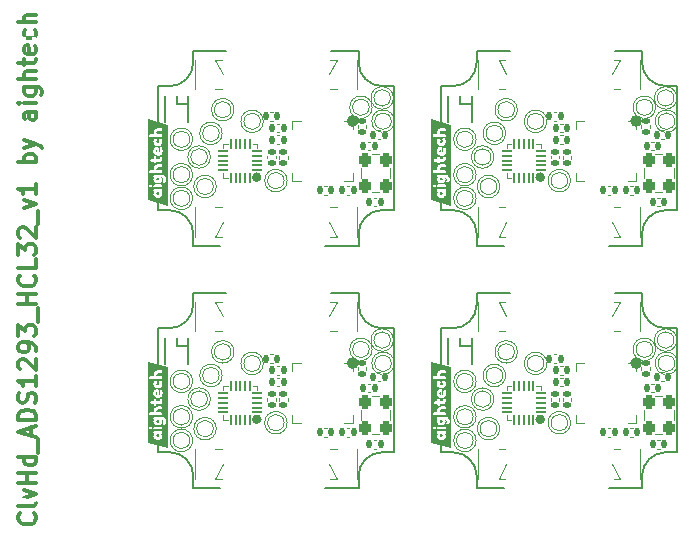
<source format=gbr>
%TF.GenerationSoftware,KiCad,Pcbnew,7.0.2-6a45011f42~172~ubuntu22.04.1*%
%TF.CreationDate,2023-05-08T22:23:15+01:00*%
%TF.ProjectId,panel,70616e65-6c2e-46b6-9963-61645f706362,rev?*%
%TF.SameCoordinates,Original*%
%TF.FileFunction,Legend,Top*%
%TF.FilePolarity,Positive*%
%FSLAX46Y46*%
G04 Gerber Fmt 4.6, Leading zero omitted, Abs format (unit mm)*
G04 Created by KiCad (PCBNEW 7.0.2-6a45011f42~172~ubuntu22.04.1) date 2023-05-08 22:23:15*
%MOMM*%
%LPD*%
G01*
G04 APERTURE LIST*
G04 Aperture macros list*
%AMRoundRect*
0 Rectangle with rounded corners*
0 $1 Rounding radius*
0 $2 $3 $4 $5 $6 $7 $8 $9 X,Y pos of 4 corners*
0 Add a 4 corners polygon primitive as box body*
4,1,4,$2,$3,$4,$5,$6,$7,$8,$9,$2,$3,0*
0 Add four circle primitives for the rounded corners*
1,1,$1+$1,$2,$3*
1,1,$1+$1,$4,$5*
1,1,$1+$1,$6,$7*
1,1,$1+$1,$8,$9*
0 Add four rect primitives between the rounded corners*
20,1,$1+$1,$2,$3,$4,$5,0*
20,1,$1+$1,$4,$5,$6,$7,0*
20,1,$1+$1,$6,$7,$8,$9,0*
20,1,$1+$1,$8,$9,$2,$3,0*%
G04 Aperture macros list end*
%ADD10C,0.300000*%
%ADD11C,0.152400*%
%ADD12C,0.150000*%
%ADD13C,0.038100*%
%ADD14C,0.120000*%
%ADD15C,0.400000*%
%ADD16C,0.500000*%
%ADD17C,0.100000*%
%ADD18C,1.000000*%
%ADD19RoundRect,0.140000X-0.140000X-0.170000X0.140000X-0.170000X0.140000X0.170000X-0.140000X0.170000X0*%
%ADD20C,0.400000*%
%ADD21R,0.500000X1.600000*%
%ADD22R,1.500000X2.900000*%
%ADD23RoundRect,0.140000X0.170000X-0.140000X0.170000X0.140000X-0.170000X0.140000X-0.170000X-0.140000X0*%
%ADD24C,2.000000*%
%ADD25RoundRect,0.140000X0.140000X0.170000X-0.140000X0.170000X-0.140000X-0.170000X0.140000X-0.170000X0*%
%ADD26RoundRect,0.140000X-0.170000X0.140000X-0.170000X-0.140000X0.170000X-0.140000X0.170000X0.140000X0*%
%ADD27R,0.700000X0.700000*%
%ADD28RoundRect,0.050000X0.375000X0.050000X-0.375000X0.050000X-0.375000X-0.050000X0.375000X-0.050000X0*%
%ADD29RoundRect,0.050000X0.050000X0.375000X-0.050000X0.375000X-0.050000X-0.375000X0.050000X-0.375000X0*%
%ADD30R,1.400000X1.400000*%
%ADD31R,0.250000X0.600000*%
%ADD32R,0.600000X0.250000*%
%ADD33RoundRect,0.237500X0.237500X0.362500X-0.237500X0.362500X-0.237500X-0.362500X0.237500X-0.362500X0*%
%ADD34RoundRect,0.237500X-0.237500X0.362500X-0.237500X-0.362500X0.237500X-0.362500X0.237500X0.362500X0*%
G04 APERTURE END LIST*
D10*
X2551071Y-55678569D02*
X2622500Y-55749997D01*
X2622500Y-55749997D02*
X2693928Y-55964283D01*
X2693928Y-55964283D02*
X2693928Y-56107140D01*
X2693928Y-56107140D02*
X2622500Y-56321426D01*
X2622500Y-56321426D02*
X2479642Y-56464283D01*
X2479642Y-56464283D02*
X2336785Y-56535712D01*
X2336785Y-56535712D02*
X2051071Y-56607140D01*
X2051071Y-56607140D02*
X1836785Y-56607140D01*
X1836785Y-56607140D02*
X1551071Y-56535712D01*
X1551071Y-56535712D02*
X1408214Y-56464283D01*
X1408214Y-56464283D02*
X1265357Y-56321426D01*
X1265357Y-56321426D02*
X1193928Y-56107140D01*
X1193928Y-56107140D02*
X1193928Y-55964283D01*
X1193928Y-55964283D02*
X1265357Y-55749997D01*
X1265357Y-55749997D02*
X1336785Y-55678569D01*
X2693928Y-54821426D02*
X2622500Y-54964283D01*
X2622500Y-54964283D02*
X2479642Y-55035712D01*
X2479642Y-55035712D02*
X1193928Y-55035712D01*
X1693928Y-54392855D02*
X2693928Y-54035712D01*
X2693928Y-54035712D02*
X1693928Y-53678569D01*
X2693928Y-53107141D02*
X1193928Y-53107141D01*
X1908214Y-53107141D02*
X1908214Y-52249998D01*
X2693928Y-52249998D02*
X1193928Y-52249998D01*
X2693928Y-50892855D02*
X1193928Y-50892855D01*
X2622500Y-50892855D02*
X2693928Y-51035712D01*
X2693928Y-51035712D02*
X2693928Y-51321426D01*
X2693928Y-51321426D02*
X2622500Y-51464283D01*
X2622500Y-51464283D02*
X2551071Y-51535712D01*
X2551071Y-51535712D02*
X2408214Y-51607140D01*
X2408214Y-51607140D02*
X1979642Y-51607140D01*
X1979642Y-51607140D02*
X1836785Y-51535712D01*
X1836785Y-51535712D02*
X1765357Y-51464283D01*
X1765357Y-51464283D02*
X1693928Y-51321426D01*
X1693928Y-51321426D02*
X1693928Y-51035712D01*
X1693928Y-51035712D02*
X1765357Y-50892855D01*
X2836785Y-50535712D02*
X2836785Y-49392854D01*
X2265357Y-49107140D02*
X2265357Y-48392855D01*
X2693928Y-49249997D02*
X1193928Y-48749997D01*
X1193928Y-48749997D02*
X2693928Y-48249997D01*
X2693928Y-47749998D02*
X1193928Y-47749998D01*
X1193928Y-47749998D02*
X1193928Y-47392855D01*
X1193928Y-47392855D02*
X1265357Y-47178569D01*
X1265357Y-47178569D02*
X1408214Y-47035712D01*
X1408214Y-47035712D02*
X1551071Y-46964283D01*
X1551071Y-46964283D02*
X1836785Y-46892855D01*
X1836785Y-46892855D02*
X2051071Y-46892855D01*
X2051071Y-46892855D02*
X2336785Y-46964283D01*
X2336785Y-46964283D02*
X2479642Y-47035712D01*
X2479642Y-47035712D02*
X2622500Y-47178569D01*
X2622500Y-47178569D02*
X2693928Y-47392855D01*
X2693928Y-47392855D02*
X2693928Y-47749998D01*
X2622500Y-46321426D02*
X2693928Y-46107141D01*
X2693928Y-46107141D02*
X2693928Y-45749998D01*
X2693928Y-45749998D02*
X2622500Y-45607141D01*
X2622500Y-45607141D02*
X2551071Y-45535712D01*
X2551071Y-45535712D02*
X2408214Y-45464283D01*
X2408214Y-45464283D02*
X2265357Y-45464283D01*
X2265357Y-45464283D02*
X2122500Y-45535712D01*
X2122500Y-45535712D02*
X2051071Y-45607141D01*
X2051071Y-45607141D02*
X1979642Y-45749998D01*
X1979642Y-45749998D02*
X1908214Y-46035712D01*
X1908214Y-46035712D02*
X1836785Y-46178569D01*
X1836785Y-46178569D02*
X1765357Y-46249998D01*
X1765357Y-46249998D02*
X1622500Y-46321426D01*
X1622500Y-46321426D02*
X1479642Y-46321426D01*
X1479642Y-46321426D02*
X1336785Y-46249998D01*
X1336785Y-46249998D02*
X1265357Y-46178569D01*
X1265357Y-46178569D02*
X1193928Y-46035712D01*
X1193928Y-46035712D02*
X1193928Y-45678569D01*
X1193928Y-45678569D02*
X1265357Y-45464283D01*
X2693928Y-44035712D02*
X2693928Y-44892855D01*
X2693928Y-44464284D02*
X1193928Y-44464284D01*
X1193928Y-44464284D02*
X1408214Y-44607141D01*
X1408214Y-44607141D02*
X1551071Y-44749998D01*
X1551071Y-44749998D02*
X1622500Y-44892855D01*
X1336785Y-43464284D02*
X1265357Y-43392856D01*
X1265357Y-43392856D02*
X1193928Y-43249999D01*
X1193928Y-43249999D02*
X1193928Y-42892856D01*
X1193928Y-42892856D02*
X1265357Y-42749999D01*
X1265357Y-42749999D02*
X1336785Y-42678570D01*
X1336785Y-42678570D02*
X1479642Y-42607141D01*
X1479642Y-42607141D02*
X1622500Y-42607141D01*
X1622500Y-42607141D02*
X1836785Y-42678570D01*
X1836785Y-42678570D02*
X2693928Y-43535713D01*
X2693928Y-43535713D02*
X2693928Y-42607141D01*
X2693928Y-41892856D02*
X2693928Y-41607142D01*
X2693928Y-41607142D02*
X2622500Y-41464285D01*
X2622500Y-41464285D02*
X2551071Y-41392856D01*
X2551071Y-41392856D02*
X2336785Y-41249999D01*
X2336785Y-41249999D02*
X2051071Y-41178570D01*
X2051071Y-41178570D02*
X1479642Y-41178570D01*
X1479642Y-41178570D02*
X1336785Y-41249999D01*
X1336785Y-41249999D02*
X1265357Y-41321428D01*
X1265357Y-41321428D02*
X1193928Y-41464285D01*
X1193928Y-41464285D02*
X1193928Y-41749999D01*
X1193928Y-41749999D02*
X1265357Y-41892856D01*
X1265357Y-41892856D02*
X1336785Y-41964285D01*
X1336785Y-41964285D02*
X1479642Y-42035713D01*
X1479642Y-42035713D02*
X1836785Y-42035713D01*
X1836785Y-42035713D02*
X1979642Y-41964285D01*
X1979642Y-41964285D02*
X2051071Y-41892856D01*
X2051071Y-41892856D02*
X2122500Y-41749999D01*
X2122500Y-41749999D02*
X2122500Y-41464285D01*
X2122500Y-41464285D02*
X2051071Y-41321428D01*
X2051071Y-41321428D02*
X1979642Y-41249999D01*
X1979642Y-41249999D02*
X1836785Y-41178570D01*
X1193928Y-40678571D02*
X1193928Y-39749999D01*
X1193928Y-39749999D02*
X1765357Y-40249999D01*
X1765357Y-40249999D02*
X1765357Y-40035714D01*
X1765357Y-40035714D02*
X1836785Y-39892857D01*
X1836785Y-39892857D02*
X1908214Y-39821428D01*
X1908214Y-39821428D02*
X2051071Y-39749999D01*
X2051071Y-39749999D02*
X2408214Y-39749999D01*
X2408214Y-39749999D02*
X2551071Y-39821428D01*
X2551071Y-39821428D02*
X2622500Y-39892857D01*
X2622500Y-39892857D02*
X2693928Y-40035714D01*
X2693928Y-40035714D02*
X2693928Y-40464285D01*
X2693928Y-40464285D02*
X2622500Y-40607142D01*
X2622500Y-40607142D02*
X2551071Y-40678571D01*
X2836785Y-39464286D02*
X2836785Y-38321428D01*
X2693928Y-37964286D02*
X1193928Y-37964286D01*
X1908214Y-37964286D02*
X1908214Y-37107143D01*
X2693928Y-37107143D02*
X1193928Y-37107143D01*
X2551071Y-35535714D02*
X2622500Y-35607142D01*
X2622500Y-35607142D02*
X2693928Y-35821428D01*
X2693928Y-35821428D02*
X2693928Y-35964285D01*
X2693928Y-35964285D02*
X2622500Y-36178571D01*
X2622500Y-36178571D02*
X2479642Y-36321428D01*
X2479642Y-36321428D02*
X2336785Y-36392857D01*
X2336785Y-36392857D02*
X2051071Y-36464285D01*
X2051071Y-36464285D02*
X1836785Y-36464285D01*
X1836785Y-36464285D02*
X1551071Y-36392857D01*
X1551071Y-36392857D02*
X1408214Y-36321428D01*
X1408214Y-36321428D02*
X1265357Y-36178571D01*
X1265357Y-36178571D02*
X1193928Y-35964285D01*
X1193928Y-35964285D02*
X1193928Y-35821428D01*
X1193928Y-35821428D02*
X1265357Y-35607142D01*
X1265357Y-35607142D02*
X1336785Y-35535714D01*
X2693928Y-34178571D02*
X2693928Y-34892857D01*
X2693928Y-34892857D02*
X1193928Y-34892857D01*
X1193928Y-33821428D02*
X1193928Y-32892856D01*
X1193928Y-32892856D02*
X1765357Y-33392856D01*
X1765357Y-33392856D02*
X1765357Y-33178571D01*
X1765357Y-33178571D02*
X1836785Y-33035714D01*
X1836785Y-33035714D02*
X1908214Y-32964285D01*
X1908214Y-32964285D02*
X2051071Y-32892856D01*
X2051071Y-32892856D02*
X2408214Y-32892856D01*
X2408214Y-32892856D02*
X2551071Y-32964285D01*
X2551071Y-32964285D02*
X2622500Y-33035714D01*
X2622500Y-33035714D02*
X2693928Y-33178571D01*
X2693928Y-33178571D02*
X2693928Y-33607142D01*
X2693928Y-33607142D02*
X2622500Y-33749999D01*
X2622500Y-33749999D02*
X2551071Y-33821428D01*
X1336785Y-32321428D02*
X1265357Y-32250000D01*
X1265357Y-32250000D02*
X1193928Y-32107143D01*
X1193928Y-32107143D02*
X1193928Y-31750000D01*
X1193928Y-31750000D02*
X1265357Y-31607143D01*
X1265357Y-31607143D02*
X1336785Y-31535714D01*
X1336785Y-31535714D02*
X1479642Y-31464285D01*
X1479642Y-31464285D02*
X1622500Y-31464285D01*
X1622500Y-31464285D02*
X1836785Y-31535714D01*
X1836785Y-31535714D02*
X2693928Y-32392857D01*
X2693928Y-32392857D02*
X2693928Y-31464285D01*
X2836785Y-31178572D02*
X2836785Y-30035714D01*
X1693928Y-29821429D02*
X2693928Y-29464286D01*
X2693928Y-29464286D02*
X1693928Y-29107143D01*
X2693928Y-27750000D02*
X2693928Y-28607143D01*
X2693928Y-28178572D02*
X1193928Y-28178572D01*
X1193928Y-28178572D02*
X1408214Y-28321429D01*
X1408214Y-28321429D02*
X1551071Y-28464286D01*
X1551071Y-28464286D02*
X1622500Y-28607143D01*
X2693928Y-25964287D02*
X1193928Y-25964287D01*
X1765357Y-25964287D02*
X1693928Y-25821430D01*
X1693928Y-25821430D02*
X1693928Y-25535715D01*
X1693928Y-25535715D02*
X1765357Y-25392858D01*
X1765357Y-25392858D02*
X1836785Y-25321430D01*
X1836785Y-25321430D02*
X1979642Y-25250001D01*
X1979642Y-25250001D02*
X2408214Y-25250001D01*
X2408214Y-25250001D02*
X2551071Y-25321430D01*
X2551071Y-25321430D02*
X2622500Y-25392858D01*
X2622500Y-25392858D02*
X2693928Y-25535715D01*
X2693928Y-25535715D02*
X2693928Y-25821430D01*
X2693928Y-25821430D02*
X2622500Y-25964287D01*
X1693928Y-24750001D02*
X2693928Y-24392858D01*
X1693928Y-24035715D02*
X2693928Y-24392858D01*
X2693928Y-24392858D02*
X3051071Y-24535715D01*
X3051071Y-24535715D02*
X3122500Y-24607144D01*
X3122500Y-24607144D02*
X3193928Y-24750001D01*
X2693928Y-21678573D02*
X1908214Y-21678573D01*
X1908214Y-21678573D02*
X1765357Y-21750001D01*
X1765357Y-21750001D02*
X1693928Y-21892858D01*
X1693928Y-21892858D02*
X1693928Y-22178573D01*
X1693928Y-22178573D02*
X1765357Y-22321430D01*
X2622500Y-21678573D02*
X2693928Y-21821430D01*
X2693928Y-21821430D02*
X2693928Y-22178573D01*
X2693928Y-22178573D02*
X2622500Y-22321430D01*
X2622500Y-22321430D02*
X2479642Y-22392858D01*
X2479642Y-22392858D02*
X2336785Y-22392858D01*
X2336785Y-22392858D02*
X2193928Y-22321430D01*
X2193928Y-22321430D02*
X2122500Y-22178573D01*
X2122500Y-22178573D02*
X2122500Y-21821430D01*
X2122500Y-21821430D02*
X2051071Y-21678573D01*
X2693928Y-20964287D02*
X1693928Y-20964287D01*
X1193928Y-20964287D02*
X1265357Y-21035715D01*
X1265357Y-21035715D02*
X1336785Y-20964287D01*
X1336785Y-20964287D02*
X1265357Y-20892858D01*
X1265357Y-20892858D02*
X1193928Y-20964287D01*
X1193928Y-20964287D02*
X1336785Y-20964287D01*
X1693928Y-19607144D02*
X2908214Y-19607144D01*
X2908214Y-19607144D02*
X3051071Y-19678572D01*
X3051071Y-19678572D02*
X3122500Y-19750001D01*
X3122500Y-19750001D02*
X3193928Y-19892858D01*
X3193928Y-19892858D02*
X3193928Y-20107144D01*
X3193928Y-20107144D02*
X3122500Y-20250001D01*
X2622500Y-19607144D02*
X2693928Y-19750001D01*
X2693928Y-19750001D02*
X2693928Y-20035715D01*
X2693928Y-20035715D02*
X2622500Y-20178572D01*
X2622500Y-20178572D02*
X2551071Y-20250001D01*
X2551071Y-20250001D02*
X2408214Y-20321429D01*
X2408214Y-20321429D02*
X1979642Y-20321429D01*
X1979642Y-20321429D02*
X1836785Y-20250001D01*
X1836785Y-20250001D02*
X1765357Y-20178572D01*
X1765357Y-20178572D02*
X1693928Y-20035715D01*
X1693928Y-20035715D02*
X1693928Y-19750001D01*
X1693928Y-19750001D02*
X1765357Y-19607144D01*
X2693928Y-18892858D02*
X1193928Y-18892858D01*
X2693928Y-18250001D02*
X1908214Y-18250001D01*
X1908214Y-18250001D02*
X1765357Y-18321429D01*
X1765357Y-18321429D02*
X1693928Y-18464286D01*
X1693928Y-18464286D02*
X1693928Y-18678572D01*
X1693928Y-18678572D02*
X1765357Y-18821429D01*
X1765357Y-18821429D02*
X1836785Y-18892858D01*
X1693928Y-17750000D02*
X1693928Y-17178572D01*
X1193928Y-17535715D02*
X2479642Y-17535715D01*
X2479642Y-17535715D02*
X2622500Y-17464286D01*
X2622500Y-17464286D02*
X2693928Y-17321429D01*
X2693928Y-17321429D02*
X2693928Y-17178572D01*
X2622500Y-16107143D02*
X2693928Y-16250000D01*
X2693928Y-16250000D02*
X2693928Y-16535715D01*
X2693928Y-16535715D02*
X2622500Y-16678572D01*
X2622500Y-16678572D02*
X2479642Y-16750000D01*
X2479642Y-16750000D02*
X1908214Y-16750000D01*
X1908214Y-16750000D02*
X1765357Y-16678572D01*
X1765357Y-16678572D02*
X1693928Y-16535715D01*
X1693928Y-16535715D02*
X1693928Y-16250000D01*
X1693928Y-16250000D02*
X1765357Y-16107143D01*
X1765357Y-16107143D02*
X1908214Y-16035715D01*
X1908214Y-16035715D02*
X2051071Y-16035715D01*
X2051071Y-16035715D02*
X2193928Y-16750000D01*
X2622500Y-14750001D02*
X2693928Y-14892858D01*
X2693928Y-14892858D02*
X2693928Y-15178572D01*
X2693928Y-15178572D02*
X2622500Y-15321429D01*
X2622500Y-15321429D02*
X2551071Y-15392858D01*
X2551071Y-15392858D02*
X2408214Y-15464286D01*
X2408214Y-15464286D02*
X1979642Y-15464286D01*
X1979642Y-15464286D02*
X1836785Y-15392858D01*
X1836785Y-15392858D02*
X1765357Y-15321429D01*
X1765357Y-15321429D02*
X1693928Y-15178572D01*
X1693928Y-15178572D02*
X1693928Y-14892858D01*
X1693928Y-14892858D02*
X1765357Y-14750001D01*
X2693928Y-14107144D02*
X1193928Y-14107144D01*
X2693928Y-13464287D02*
X1908214Y-13464287D01*
X1908214Y-13464287D02*
X1765357Y-13535715D01*
X1765357Y-13535715D02*
X1693928Y-13678572D01*
X1693928Y-13678572D02*
X1693928Y-13892858D01*
X1693928Y-13892858D02*
X1765357Y-14035715D01*
X1765357Y-14035715D02*
X1836785Y-14107144D01*
D11*
X56000001Y-30000001D02*
G75*
G03*
X54000001Y-32000000I-1J-1999999D01*
G01*
D12*
X42800001Y-16500000D02*
X40000001Y-16499999D01*
X42300001Y-53500001D02*
X40000001Y-53500001D01*
D13*
X21940000Y-42980001D02*
G75*
G03*
X21940000Y-42980001I-950000J0D01*
G01*
D12*
X54000001Y-32000000D02*
X54000000Y-33000000D01*
X54000000Y-17499999D02*
X54000001Y-16499999D01*
D13*
X17450000Y-46000000D02*
G75*
G03*
X17450000Y-46000000I-950000J0D01*
G01*
X15950000Y-29000000D02*
G75*
G03*
X15950000Y-29000000I-950000J0D01*
G01*
D12*
X15999999Y-38000000D02*
X16000000Y-37000000D01*
D13*
X56950001Y-20500000D02*
G75*
G03*
X56950001Y-20500000I-950000J0D01*
G01*
D12*
X38000001Y-30000000D02*
X37000001Y-29999999D01*
D11*
X15999999Y-52500001D02*
G75*
G03*
X14000000Y-50500001I-1999999J1D01*
G01*
D12*
X31999999Y-40000000D02*
X32999999Y-40000001D01*
D13*
X41950001Y-48500001D02*
G75*
G03*
X41950001Y-48500001I-950000J0D01*
G01*
D12*
X37000002Y-49800001D02*
X37000001Y-50500000D01*
D11*
X38000000Y-40000000D02*
G75*
G03*
X40000000Y-38000000I0J2000000D01*
G01*
X30000000Y-38000000D02*
G75*
G03*
X31999999Y-40000000I2000000J0D01*
G01*
D12*
X14000000Y-30000000D02*
X13000000Y-29999999D01*
X30000000Y-32000000D02*
X29999999Y-33000000D01*
D13*
X57020001Y-22470000D02*
G75*
G03*
X57020001Y-22470000I-950000J0D01*
G01*
X15950000Y-47500001D02*
G75*
G03*
X15950000Y-47500001I-950000J0D01*
G01*
D11*
X32000000Y-30000000D02*
G75*
G03*
X30000000Y-32000000I0J-2000000D01*
G01*
D12*
X32000000Y-30000000D02*
X33000000Y-30000001D01*
X38000000Y-40000000D02*
X37000000Y-39999999D01*
X51700001Y-16499999D02*
X54000001Y-16499999D01*
D13*
X31150000Y-41790001D02*
G75*
G03*
X31150000Y-41790001I-950000J0D01*
G01*
X21940000Y-22480000D02*
G75*
G03*
X21940000Y-22480000I-950000J0D01*
G01*
X55150001Y-41790001D02*
G75*
G03*
X55150001Y-41790001I-950000J0D01*
G01*
D12*
X15999999Y-17499999D02*
X16000000Y-16499999D01*
D13*
X43450001Y-21500000D02*
G75*
G03*
X43450001Y-21500000I-950000J0D01*
G01*
X23950000Y-48000001D02*
G75*
G03*
X23950000Y-48000001I-950000J0D01*
G01*
X33020000Y-22470000D02*
G75*
G03*
X33020000Y-22470000I-950000J0D01*
G01*
D12*
X18300000Y-53500001D02*
X16000000Y-53500001D01*
X29999999Y-17499999D02*
X30000000Y-16499999D01*
D13*
X45940001Y-42980001D02*
G75*
G03*
X45940001Y-42980001I-950000J0D01*
G01*
D11*
X40000000Y-32000000D02*
G75*
G03*
X38000001Y-30000000I-2000000J0D01*
G01*
D12*
X32999999Y-19500000D02*
X33000000Y-30000001D01*
D11*
X56000001Y-50500001D02*
G75*
G03*
X54000001Y-52500001I-1J-1999999D01*
G01*
D12*
X37000000Y-39999999D02*
X37000002Y-43200001D01*
D13*
X43450001Y-42000001D02*
G75*
G03*
X43450001Y-42000001I-950000J0D01*
G01*
X45940001Y-22480000D02*
G75*
G03*
X45940001Y-22480000I-950000J0D01*
G01*
D12*
X56000001Y-50500001D02*
X57000001Y-50500002D01*
X16000000Y-53500001D02*
X16000000Y-52500001D01*
X51700001Y-37000000D02*
X54000001Y-37000000D01*
X40000001Y-53500001D02*
X40000001Y-52500001D01*
X13000001Y-49800001D02*
X13000000Y-50500000D01*
D13*
X17950000Y-28000000D02*
G75*
G03*
X17950000Y-28000000I-950000J0D01*
G01*
D12*
X13999999Y-40000000D02*
X12999999Y-39999999D01*
D13*
X47950001Y-27500000D02*
G75*
G03*
X47950001Y-27500000I-950000J0D01*
G01*
D12*
X13999999Y-19499999D02*
X12999999Y-19499998D01*
X27200000Y-33000000D02*
X29999999Y-33000000D01*
X18300000Y-33000000D02*
X16000000Y-33000000D01*
D13*
X41450001Y-46000000D02*
G75*
G03*
X41450001Y-46000000I-950000J0D01*
G01*
D12*
X51200001Y-53500001D02*
X54000000Y-53500001D01*
D13*
X17950000Y-48500001D02*
G75*
G03*
X17950000Y-48500001I-950000J0D01*
G01*
D12*
X57000000Y-19500000D02*
X57000001Y-30000001D01*
X37000002Y-29300000D02*
X37000001Y-29999999D01*
D13*
X42450001Y-23500000D02*
G75*
G03*
X42450001Y-23500000I-950000J0D01*
G01*
D12*
X56000000Y-40000000D02*
X57000000Y-40000001D01*
D13*
X39950001Y-49500001D02*
G75*
G03*
X39950001Y-49500001I-950000J0D01*
G01*
D12*
X29999999Y-38000000D02*
X30000000Y-37000000D01*
D13*
X41450001Y-25499999D02*
G75*
G03*
X41450001Y-25499999I-950000J0D01*
G01*
D12*
X18800000Y-37000001D02*
X16000000Y-37000000D01*
D13*
X57020001Y-42970001D02*
G75*
G03*
X57020001Y-42970001I-950000J0D01*
G01*
D12*
X42300001Y-33000000D02*
X40000001Y-33000000D01*
D13*
X19450000Y-21500000D02*
G75*
G03*
X19450000Y-21500000I-950000J0D01*
G01*
D12*
X42800001Y-37000001D02*
X40000001Y-37000000D01*
D13*
X15950000Y-27000000D02*
G75*
G03*
X15950000Y-27000000I-950000J0D01*
G01*
D12*
X12999999Y-39999999D02*
X13000001Y-43200001D01*
D13*
X39950002Y-24000000D02*
G75*
G03*
X39950002Y-24000000I-950000J0D01*
G01*
D11*
X54000000Y-38000000D02*
G75*
G03*
X56000000Y-40000000I2000000J0D01*
G01*
D13*
X15950001Y-24000000D02*
G75*
G03*
X15950001Y-24000000I-950000J0D01*
G01*
X55150001Y-21290000D02*
G75*
G03*
X55150001Y-21290000I-950000J0D01*
G01*
X42450001Y-44000001D02*
G75*
G03*
X42450001Y-44000001I-950000J0D01*
G01*
D11*
X30000001Y-17499999D02*
G75*
G03*
X31999999Y-19499999I1999999J-1D01*
G01*
D12*
X27200000Y-53500001D02*
X29999999Y-53500001D01*
X56000001Y-30000000D02*
X57000001Y-30000001D01*
X38000000Y-19499999D02*
X37000000Y-19499998D01*
D13*
X15950000Y-49500001D02*
G75*
G03*
X15950000Y-49500001I-950000J0D01*
G01*
D12*
X57000000Y-40000001D02*
X57000001Y-50500002D01*
X51200001Y-33000000D02*
X54000000Y-33000000D01*
X54000001Y-52500001D02*
X54000000Y-53500001D01*
X40000000Y-17499999D02*
X40000001Y-16499999D01*
D13*
X18450000Y-23500000D02*
G75*
G03*
X18450000Y-23500000I-950000J0D01*
G01*
D12*
X27700000Y-16499999D02*
X30000000Y-16499999D01*
D11*
X32000000Y-50500000D02*
G75*
G03*
X30000000Y-52500001I0J-2000000D01*
G01*
X38000000Y-19500000D02*
G75*
G03*
X40000000Y-17499999I0J2000000D01*
G01*
D13*
X41950001Y-28000000D02*
G75*
G03*
X41950001Y-28000000I-950000J0D01*
G01*
X32950000Y-41000001D02*
G75*
G03*
X32950000Y-41000001I-950000J0D01*
G01*
X39950001Y-27000000D02*
G75*
G03*
X39950001Y-27000000I-950000J0D01*
G01*
D12*
X40000001Y-33000000D02*
X40000001Y-32000000D01*
D13*
X19450000Y-42000001D02*
G75*
G03*
X19450000Y-42000001I-950000J0D01*
G01*
D12*
X54000000Y-38000000D02*
X54000001Y-37000000D01*
X31999999Y-19499999D02*
X32999999Y-19500000D01*
D11*
X13999999Y-19499999D02*
G75*
G03*
X15999999Y-17499999I1J1999999D01*
G01*
X16000000Y-32000000D02*
G75*
G03*
X14000000Y-30000000I-2000000J0D01*
G01*
D13*
X18450000Y-44000001D02*
G75*
G03*
X18450000Y-44000001I-950000J0D01*
G01*
D12*
X27700000Y-37000000D02*
X30000000Y-37000000D01*
X13000001Y-29300000D02*
X13000000Y-29999999D01*
D11*
X54000001Y-17499999D02*
G75*
G03*
X56000000Y-19499999I1999999J-1D01*
G01*
D13*
X17450000Y-25499999D02*
G75*
G03*
X17450000Y-25499999I-950000J0D01*
G01*
D12*
X12999999Y-19499998D02*
X13000001Y-22700000D01*
X18800000Y-16500000D02*
X16000000Y-16499999D01*
X32999999Y-40000001D02*
X33000000Y-50500002D01*
D13*
X39950001Y-29000000D02*
G75*
G03*
X39950001Y-29000000I-950000J0D01*
G01*
D12*
X40000000Y-38000000D02*
X40000001Y-37000000D01*
X38000001Y-50500001D02*
X37000001Y-50500000D01*
D13*
X33020000Y-42970001D02*
G75*
G03*
X33020000Y-42970001I-950000J0D01*
G01*
X47950001Y-48000001D02*
G75*
G03*
X47950001Y-48000001I-950000J0D01*
G01*
X39950002Y-44500001D02*
G75*
G03*
X39950002Y-44500001I-950000J0D01*
G01*
D12*
X32000000Y-50500001D02*
X33000000Y-50500002D01*
X16000000Y-33000000D02*
X16000000Y-32000000D01*
X14000000Y-50500001D02*
X13000000Y-50500000D01*
X56000000Y-19499999D02*
X57000000Y-19500000D01*
D13*
X23950000Y-27500000D02*
G75*
G03*
X23950000Y-27500000I-950000J0D01*
G01*
X15950001Y-44500001D02*
G75*
G03*
X15950001Y-44500001I-950000J0D01*
G01*
X31150000Y-21290000D02*
G75*
G03*
X31150000Y-21290000I-950000J0D01*
G01*
D12*
X37000000Y-19499998D02*
X37000002Y-22700000D01*
D11*
X13999999Y-39999999D02*
G75*
G03*
X15999999Y-38000000I1J1999999D01*
G01*
D13*
X56950001Y-41000001D02*
G75*
G03*
X56950001Y-41000001I-950000J0D01*
G01*
D11*
X39999999Y-52500001D02*
G75*
G03*
X38000001Y-50500001I-1999999J1D01*
G01*
D13*
X39950001Y-47500001D02*
G75*
G03*
X39950001Y-47500001I-950000J0D01*
G01*
X32950000Y-20500000D02*
G75*
G03*
X32950000Y-20500000I-950000J0D01*
G01*
D12*
X30000000Y-52500001D02*
X29999999Y-53500001D01*
D14*
%TO.C,TP9*%
X41200002Y-46000000D02*
G75*
G03*
X41200002Y-46000000I-700000J0D01*
G01*
%TO.C,R1*%
X22522164Y-21710000D02*
X22737836Y-21710000D01*
X22522164Y-22430000D02*
X22737836Y-22430000D01*
%TO.C,J2*%
X53850001Y-17250000D02*
X53850001Y-19750000D01*
X51600001Y-19750000D02*
X52150001Y-19750000D01*
X51600001Y-17250000D02*
X52150001Y-17250000D01*
X51500001Y-18500000D02*
X52150001Y-17250000D01*
X42500001Y-18500000D02*
X41850001Y-17250000D01*
X42400001Y-17250000D02*
X41850001Y-17250000D01*
X41850001Y-19750000D02*
X42400001Y-19750000D01*
X40150001Y-17250000D02*
X40150001Y-19750000D01*
%TO.C,J1*%
X16150000Y-52750001D02*
X16150000Y-50250001D01*
X18400000Y-50250001D02*
X17850000Y-50250001D01*
X18400000Y-52750001D02*
X17850000Y-52750001D01*
X18500000Y-51500001D02*
X17850000Y-52750001D01*
X27500000Y-51500001D02*
X28150000Y-52750001D01*
X27600000Y-52750001D02*
X28150000Y-52750001D01*
X28150000Y-50250001D02*
X27600000Y-50250001D01*
X29850000Y-52750001D02*
X29850000Y-50250001D01*
%TO.C,J2*%
X29850000Y-37750001D02*
X29850000Y-40250001D01*
X27600000Y-40250001D02*
X28150000Y-40250001D01*
X27600000Y-37750001D02*
X28150000Y-37750001D01*
X27500000Y-39000001D02*
X28150000Y-37750001D01*
X18500000Y-39000001D02*
X17850000Y-37750001D01*
X18400000Y-37750001D02*
X17850000Y-37750001D01*
X17850000Y-40250001D02*
X18400000Y-40250001D01*
X16150000Y-37750001D02*
X16150000Y-40250001D01*
%TO.C,C4*%
X47072165Y-43200001D02*
X47287837Y-43200001D01*
X47072165Y-43920001D02*
X47287837Y-43920001D01*
%TO.C,TP10*%
X39700001Y-29000000D02*
G75*
G03*
X39700001Y-29000000I-700000J0D01*
G01*
%TO.C,C6*%
X31622164Y-43740001D02*
X31837836Y-43740001D01*
X31622164Y-44460001D02*
X31837836Y-44460001D01*
%TO.C,TP4*%
X43200001Y-21500000D02*
G75*
G03*
X43200001Y-21500000I-700000J0D01*
G01*
%TO.C,TP5*%
X45690001Y-42980001D02*
G75*
G03*
X45690001Y-42980001I-700000J0D01*
G01*
%TO.C,C7*%
X46290001Y-25627836D02*
X46290001Y-25412164D01*
X47010001Y-25627836D02*
X47010001Y-25412164D01*
X22290000Y-46127837D02*
X22290000Y-45912165D01*
X23010000Y-46127837D02*
X23010000Y-45912165D01*
%TO.C,TP10*%
X15700000Y-49500001D02*
G75*
G03*
X15700000Y-49500001I-700000J0D01*
G01*
%TO.C,TP12*%
X18200000Y-23500000D02*
G75*
G03*
X18200000Y-23500000I-700000J0D01*
G01*
%TO.C,R4*%
X27307836Y-28680000D02*
X27092164Y-28680000D01*
X27307836Y-27960000D02*
X27092164Y-27960000D01*
%TO.C,C2*%
X31282164Y-49470001D02*
X31497836Y-49470001D01*
X31282164Y-50190001D02*
X31497836Y-50190001D01*
%TO.C,kibuzzard-63F61033*%
G36*
X36965712Y-45439869D02*
G01*
X36965712Y-45619891D01*
X36884988Y-45574171D01*
X36847126Y-45482017D01*
X36867128Y-45410579D01*
X36919992Y-45385576D01*
X36965712Y-45439869D01*
G37*
G36*
X37098586Y-48978168D02*
G01*
X37137162Y-49066036D01*
X37099300Y-49156047D01*
X37014289Y-49193195D01*
X36927136Y-49158190D01*
X36887131Y-49066750D01*
X36927136Y-48976739D01*
X37013575Y-48943163D01*
X37098586Y-48978168D01*
G37*
G36*
X37086441Y-47771588D02*
G01*
X37124303Y-47858028D01*
X37087156Y-47946610D01*
X37003574Y-47983043D01*
X36918563Y-47948753D01*
X36879987Y-47858742D01*
X36919278Y-47770160D01*
X37003574Y-47737298D01*
X37086441Y-47771588D01*
G37*
G36*
X37833440Y-44678345D02*
G01*
X37833440Y-45479874D01*
X37833440Y-46107095D01*
X37833440Y-46745746D01*
X37833440Y-47855885D01*
X37833440Y-48445958D01*
X37833440Y-48796717D01*
X37833440Y-49443226D01*
X37833440Y-49681351D01*
X37833440Y-50181413D01*
X36166564Y-49681351D01*
X36166564Y-49443226D01*
X36166564Y-48820291D01*
X36637099Y-48820291D01*
X36657102Y-48900658D01*
X36717109Y-48933162D01*
X36687820Y-48958880D01*
X36655673Y-49014601D01*
X36638528Y-49103183D01*
X36650990Y-49185654D01*
X36688376Y-49263521D01*
X36750685Y-49336784D01*
X36829584Y-49395918D01*
X36916738Y-49431399D01*
X37012146Y-49443226D01*
X37107634Y-49431478D01*
X37195026Y-49396236D01*
X37274322Y-49337498D01*
X37337028Y-49265029D01*
X37374652Y-49188591D01*
X37387193Y-49108184D01*
X37368262Y-49002278D01*
X37311469Y-48931733D01*
X37367905Y-48901015D01*
X37387193Y-48796717D01*
X37377906Y-48733316D01*
X37350046Y-48698847D01*
X37312184Y-48686703D01*
X37262892Y-48684560D01*
X36762829Y-48684560D01*
X36713538Y-48686703D01*
X36675676Y-48699562D01*
X36645672Y-48737423D01*
X36637099Y-48820291D01*
X36166564Y-48820291D01*
X36166564Y-48444530D01*
X36285627Y-48444530D01*
X36295271Y-48518110D01*
X36324203Y-48555972D01*
X36360636Y-48568117D01*
X36409928Y-48570260D01*
X36459220Y-48568117D01*
X36497082Y-48555258D01*
X36527086Y-48517396D01*
X36535658Y-48445244D01*
X36535573Y-48444530D01*
X36638528Y-48444530D01*
X36638618Y-48445244D01*
X36647815Y-48518110D01*
X36675676Y-48555972D01*
X36713538Y-48568117D01*
X36762829Y-48570260D01*
X37264321Y-48570260D01*
X37314327Y-48568117D01*
X37351475Y-48555972D01*
X37380407Y-48518468D01*
X37390051Y-48445958D01*
X37380764Y-48372735D01*
X37352903Y-48335945D01*
X37315041Y-48322372D01*
X37265749Y-48320228D01*
X36765687Y-48320228D01*
X36724253Y-48321657D01*
X36662817Y-48347375D01*
X36638528Y-48444530D01*
X36535573Y-48444530D01*
X36527086Y-48373092D01*
X36497796Y-48335230D01*
X36460649Y-48322372D01*
X36411357Y-48320228D01*
X36362065Y-48322372D01*
X36324203Y-48335945D01*
X36295271Y-48372378D01*
X36285627Y-48444530D01*
X36166564Y-48444530D01*
X36166564Y-47617283D01*
X36634242Y-47617283D01*
X36654959Y-47698008D01*
X36715681Y-47727297D01*
X36687820Y-47750872D01*
X36654959Y-47805878D01*
X36637099Y-47894461D01*
X36649323Y-47975106D01*
X36685994Y-48051306D01*
X36747113Y-48123061D01*
X36824424Y-48181005D01*
X36909673Y-48215771D01*
X37002859Y-48227360D01*
X37095966Y-48215850D01*
X37180977Y-48181322D01*
X37257891Y-48123775D01*
X37318613Y-48053052D01*
X37355046Y-47978995D01*
X37367191Y-47901605D01*
X37349331Y-47799092D01*
X37295753Y-47728726D01*
X37338616Y-47728726D01*
X37441486Y-47763016D01*
X37484348Y-47851598D01*
X37471132Y-47928751D01*
X37431485Y-48000188D01*
X37414340Y-48041622D01*
X37425770Y-48076627D01*
X37467203Y-48118775D01*
X37565787Y-48161637D01*
X37611150Y-48136991D01*
X37661513Y-48063053D01*
X37701161Y-47961969D01*
X37714377Y-47855885D01*
X37703185Y-47763810D01*
X37669610Y-47678085D01*
X37613650Y-47598710D01*
X37539435Y-47535210D01*
X37451090Y-47497110D01*
X37348617Y-47484410D01*
X36757114Y-47484410D01*
X36708537Y-47486553D01*
X36672104Y-47499412D01*
X36642814Y-47535845D01*
X36634242Y-47617283D01*
X36166564Y-47617283D01*
X36166564Y-47244380D01*
X36285627Y-47244380D01*
X36295271Y-47317960D01*
X36324203Y-47355822D01*
X36360636Y-47367967D01*
X36409928Y-47370110D01*
X37264321Y-47370110D01*
X37314327Y-47367967D01*
X37351475Y-47355822D01*
X37380407Y-47318318D01*
X37390051Y-47245808D01*
X37380764Y-47172585D01*
X37352903Y-47135795D01*
X37315041Y-47122222D01*
X37265749Y-47120078D01*
X36988572Y-47120078D01*
X36919278Y-47075787D01*
X36888559Y-46986490D01*
X36921421Y-46902908D01*
X37012861Y-46870047D01*
X37262892Y-46870047D01*
X37314327Y-46867904D01*
X37352903Y-46854331D01*
X37380764Y-46816469D01*
X37390051Y-46745746D01*
X37380764Y-46672523D01*
X37352903Y-46635732D01*
X37315041Y-46622159D01*
X37265749Y-46620016D01*
X37014289Y-46620016D01*
X36914912Y-46630573D01*
X36826329Y-46662243D01*
X36748542Y-46715028D01*
X36688217Y-46783687D01*
X36652022Y-46862983D01*
X36639957Y-46952915D01*
X36661745Y-47042569D01*
X36727111Y-47120078D01*
X36411357Y-47120078D01*
X36362065Y-47122222D01*
X36324203Y-47135795D01*
X36295271Y-47172228D01*
X36285627Y-47244380D01*
X36166564Y-47244380D01*
X36166564Y-46284260D01*
X36379924Y-46284260D01*
X36388854Y-46357483D01*
X36415643Y-46394273D01*
X36449933Y-46407847D01*
X36498511Y-46409990D01*
X36645672Y-46409990D01*
X36639957Y-46457138D01*
X36658531Y-46514288D01*
X36696393Y-46534291D01*
X36781403Y-46541435D01*
X36864271Y-46520718D01*
X36888559Y-46468568D01*
X36884273Y-46409990D01*
X37095728Y-46409990D01*
X37192090Y-46401417D01*
X37267813Y-46375700D01*
X37322899Y-46332837D01*
X37360206Y-46273465D01*
X37382589Y-46198217D01*
X37390051Y-46107095D01*
X37387908Y-46059232D01*
X37375763Y-46021370D01*
X37338259Y-45991366D01*
X37265749Y-45981365D01*
X37170023Y-46014226D01*
X37156450Y-46052088D01*
X37154307Y-46103523D01*
X37137162Y-46149243D01*
X37081441Y-46161387D01*
X36884273Y-46161387D01*
X36889988Y-46068518D01*
X36887845Y-46019227D01*
X36875701Y-45981365D01*
X36838196Y-45952433D01*
X36765687Y-45942788D01*
X36692464Y-45952075D01*
X36655673Y-45979936D01*
X36642100Y-46017798D01*
X36639957Y-46066375D01*
X36645672Y-46161387D01*
X36505654Y-46161387D01*
X36432788Y-46168531D01*
X36393140Y-46206750D01*
X36379924Y-46284260D01*
X36166564Y-46284260D01*
X36166564Y-45478445D01*
X36621383Y-45478445D01*
X36633369Y-45588220D01*
X36669326Y-45685137D01*
X36729254Y-45769195D01*
X36809184Y-45833886D01*
X36905149Y-45872700D01*
X37017147Y-45885638D01*
X37109381Y-45875637D01*
X37195582Y-45845633D01*
X37275751Y-45795627D01*
X37329865Y-45740799D01*
X37372191Y-45667754D01*
X37399516Y-45579707D01*
X37408625Y-45479874D01*
X37400677Y-45346732D01*
X37376835Y-45251631D01*
X37337098Y-45194570D01*
X37281466Y-45175550D01*
X37215743Y-45194123D01*
X37151450Y-45272705D01*
X37167166Y-45329855D01*
X37172881Y-45345571D01*
X37185740Y-45401649D01*
X37190026Y-45475587D01*
X37162880Y-45569885D01*
X37095728Y-45617034D01*
X37095728Y-45278420D01*
X37053580Y-45181979D01*
X37000002Y-45149296D01*
X36923564Y-45138402D01*
X36839089Y-45150547D01*
X36761401Y-45186980D01*
X36700143Y-45240022D01*
X36656388Y-45306280D01*
X36630134Y-45385755D01*
X36621383Y-45478445D01*
X36166564Y-45478445D01*
X36166564Y-44681202D01*
X36628527Y-44681202D01*
X36639004Y-44768991D01*
X36670437Y-44853287D01*
X36722824Y-44934091D01*
X36775867Y-44987312D01*
X36843554Y-45029817D01*
X36922850Y-45057678D01*
X37010718Y-45066965D01*
X37098943Y-45057678D01*
X37179310Y-45029817D01*
X37248069Y-44987312D01*
X37301468Y-44934091D01*
X37354650Y-44851065D01*
X37386558Y-44765816D01*
X37397195Y-44678345D01*
X37382907Y-44569045D01*
X37340044Y-44478320D01*
X37291110Y-44419384D01*
X37238603Y-44399738D01*
X37164308Y-44432600D01*
X37107515Y-44489393D01*
X37088584Y-44536898D01*
X37115016Y-44600478D01*
X37141448Y-44684774D01*
X37107873Y-44769785D01*
X37013575Y-44809790D01*
X36918563Y-44768356D01*
X36884273Y-44679059D01*
X36908562Y-44605478D01*
X36939994Y-44528326D01*
X36920349Y-44480106D01*
X36861413Y-44429742D01*
X36779260Y-44399738D01*
X36714252Y-44436886D01*
X36687106Y-44476891D01*
X36672818Y-44499751D01*
X36643529Y-44575475D01*
X36628527Y-44681202D01*
X36166564Y-44681202D01*
X36166564Y-44181140D01*
X36285627Y-44181140D01*
X36295271Y-44254720D01*
X36324203Y-44292582D01*
X36360636Y-44304727D01*
X36409928Y-44306870D01*
X37264321Y-44306870D01*
X37314327Y-44304727D01*
X37351475Y-44292582D01*
X37380407Y-44255078D01*
X37390051Y-44182568D01*
X37380764Y-44109345D01*
X37352903Y-44072555D01*
X37315041Y-44058982D01*
X37265749Y-44056839D01*
X36988572Y-44056839D01*
X36919278Y-44012547D01*
X36888559Y-43923250D01*
X36921421Y-43839669D01*
X37012861Y-43806807D01*
X37262892Y-43806807D01*
X37314327Y-43804664D01*
X37352903Y-43791091D01*
X37380764Y-43753229D01*
X37390051Y-43682506D01*
X37380764Y-43609283D01*
X37352903Y-43572492D01*
X37315041Y-43558919D01*
X37265749Y-43556776D01*
X37014289Y-43556776D01*
X36914912Y-43567333D01*
X36826329Y-43599003D01*
X36748542Y-43651788D01*
X36688217Y-43720447D01*
X36652022Y-43799743D01*
X36639957Y-43889675D01*
X36661745Y-43979329D01*
X36727111Y-44056839D01*
X36411357Y-44056839D01*
X36362065Y-44058982D01*
X36324203Y-44072555D01*
X36295271Y-44108988D01*
X36285627Y-44181140D01*
X36166564Y-44181140D01*
X36166564Y-43556776D01*
X36166564Y-43318651D01*
X36166564Y-42818588D01*
X37833440Y-43318651D01*
X37833440Y-43556776D01*
X37833440Y-43682506D01*
X37833440Y-44678345D01*
G37*
%TO.C,C8*%
X53217837Y-49180001D02*
X53002165Y-49180001D01*
X53217837Y-48460001D02*
X53002165Y-48460001D01*
%TO.C,TP1*%
X23700000Y-27500000D02*
G75*
G03*
X23700000Y-27500000I-700000J0D01*
G01*
%TO.C,C3*%
X47990001Y-25422164D02*
X47990001Y-25637836D01*
X47270001Y-25422164D02*
X47270001Y-25637836D01*
%TO.C,R4*%
X51307837Y-28680000D02*
X51092165Y-28680000D01*
X51307837Y-27960000D02*
X51092165Y-27960000D01*
%TO.C,TP10*%
X15700000Y-29000000D02*
G75*
G03*
X15700000Y-29000000I-700000J0D01*
G01*
%TO.C,C4*%
X23072164Y-43200001D02*
X23287836Y-43200001D01*
X23072164Y-43920001D02*
X23287836Y-43920001D01*
%TO.C,TP12*%
X42200001Y-44000001D02*
G75*
G03*
X42200001Y-44000001I-700000J0D01*
G01*
%TO.C,C7*%
X46290001Y-46127837D02*
X46290001Y-45912165D01*
X47010001Y-46127837D02*
X47010001Y-45912165D01*
%TO.C,TP9*%
X17200001Y-25499999D02*
G75*
G03*
X17200001Y-25499999I-700000J0D01*
G01*
%TO.C,TP6*%
X54900001Y-41790001D02*
G75*
G03*
X54900001Y-41790001I-700000J0D01*
G01*
X30900000Y-21290000D02*
G75*
G03*
X30900000Y-21290000I-700000J0D01*
G01*
%TO.C,C3*%
X23990000Y-25422164D02*
X23990000Y-25637836D01*
X23270000Y-25422164D02*
X23270000Y-25637836D01*
%TO.C,C6*%
X55622165Y-43740001D02*
X55837837Y-43740001D01*
X55622165Y-44460001D02*
X55837837Y-44460001D01*
%TO.C,TP1*%
X23700000Y-48000001D02*
G75*
G03*
X23700000Y-48000001I-700000J0D01*
G01*
%TO.C,TP2*%
X41700001Y-48500001D02*
G75*
G03*
X41700001Y-48500001I-700000J0D01*
G01*
%TO.C,C2*%
X55282165Y-28970000D02*
X55497837Y-28970000D01*
X55282165Y-29690000D02*
X55497837Y-29690000D01*
%TO.C,TP10*%
X39700001Y-49500001D02*
G75*
G03*
X39700001Y-49500001I-700000J0D01*
G01*
%TO.C,TP7*%
X39700002Y-44500001D02*
G75*
G03*
X39700002Y-44500001I-700000J0D01*
G01*
D12*
%TO.C,LED1*%
X37600001Y-22500000D02*
X37600001Y-20300000D01*
X39600001Y-22500000D02*
X39600001Y-20300000D01*
X38600001Y-21000000D02*
X38600001Y-20300000D01*
X39600001Y-21000000D02*
X38600001Y-21000000D01*
D14*
%TO.C,TP4*%
X19200000Y-42000001D02*
G75*
G03*
X19200000Y-42000001I-700000J0D01*
G01*
%TO.C,C2*%
X31282164Y-28970000D02*
X31497836Y-28970000D01*
X31282164Y-29690000D02*
X31497836Y-29690000D01*
%TO.C,U2*%
X45440001Y-44870001D02*
X45440001Y-45270001D01*
X45040001Y-44870001D02*
X45440001Y-44870001D01*
X42940001Y-47770001D02*
X42540001Y-47770001D01*
X42540001Y-47770001D02*
X42540001Y-47370001D01*
X42540001Y-45270001D02*
X42540001Y-44870001D01*
X42540001Y-44870001D02*
X42940001Y-44870001D01*
D15*
X45580001Y-47710001D02*
G75*
G03*
X45580001Y-47710001I-200000J0D01*
G01*
D14*
%TO.C,R1*%
X46522165Y-42210001D02*
X46737837Y-42210001D01*
X46522165Y-42930001D02*
X46737837Y-42930001D01*
%TO.C,R2*%
X47072165Y-44180001D02*
X47287837Y-44180001D01*
X47072165Y-44900001D02*
X47287837Y-44900001D01*
%TO.C,TP1*%
X47700001Y-48000001D02*
G75*
G03*
X47700001Y-48000001I-700000J0D01*
G01*
%TO.C,TP12*%
X42200001Y-23500000D02*
G75*
G03*
X42200001Y-23500000I-700000J0D01*
G01*
%TO.C,TP11*%
X32700000Y-41000001D02*
G75*
G03*
X32700000Y-41000001I-700000J0D01*
G01*
X56700001Y-20500000D02*
G75*
G03*
X56700001Y-20500000I-700000J0D01*
G01*
%TO.C,J1*%
X16150000Y-32250000D02*
X16150000Y-29750000D01*
X18400000Y-29750000D02*
X17850000Y-29750000D01*
X18400000Y-32250000D02*
X17850000Y-32250000D01*
X18500000Y-31000000D02*
X17850000Y-32250000D01*
X27500000Y-31000000D02*
X28150000Y-32250000D01*
X27600000Y-32250000D02*
X28150000Y-32250000D01*
X28150000Y-29750000D02*
X27600000Y-29750000D01*
X29850000Y-32250000D02*
X29850000Y-29750000D01*
%TO.C,R2*%
X23072164Y-23680000D02*
X23287836Y-23680000D01*
X23072164Y-24400000D02*
X23287836Y-24400000D01*
D12*
%TO.C,LED1*%
X13600000Y-43000001D02*
X13600000Y-40800001D01*
X15600000Y-43000001D02*
X15600000Y-40800001D01*
X14600000Y-41500001D02*
X14600000Y-40800001D01*
X15600000Y-41500001D02*
X14600000Y-41500001D01*
D14*
%TO.C,TP9*%
X41200002Y-25499999D02*
G75*
G03*
X41200002Y-25499999I-700000J0D01*
G01*
%TO.C,TP5*%
X21690000Y-22480000D02*
G75*
G03*
X21690000Y-22480000I-700000J0D01*
G01*
%TO.C,TP6*%
X30900000Y-41790001D02*
G75*
G03*
X30900000Y-41790001I-700000J0D01*
G01*
%TO.C,J1*%
X40150001Y-52750001D02*
X40150001Y-50250001D01*
X42400001Y-50250001D02*
X41850001Y-50250001D01*
X42400001Y-52750001D02*
X41850001Y-52750001D01*
X42500001Y-51500001D02*
X41850001Y-52750001D01*
X51500001Y-51500001D02*
X52150001Y-52750001D01*
X51600001Y-52750001D02*
X52150001Y-52750001D01*
X52150001Y-50250001D02*
X51600001Y-50250001D01*
X53850001Y-52750001D02*
X53850001Y-50250001D01*
%TO.C,U2*%
X45440001Y-24370000D02*
X45440001Y-24770000D01*
X45040001Y-24370000D02*
X45440001Y-24370000D01*
X42940001Y-27270000D02*
X42540001Y-27270000D01*
X42540001Y-27270000D02*
X42540001Y-26870000D01*
X42540001Y-24770000D02*
X42540001Y-24370000D01*
X42540001Y-24370000D02*
X42940001Y-24370000D01*
D15*
X45580001Y-27210000D02*
G75*
G03*
X45580001Y-27210000I-200000J0D01*
G01*
D14*
%TO.C,U1*%
X29500000Y-22450000D02*
X28800000Y-22450000D01*
X25100000Y-22450000D02*
X24400000Y-22450000D01*
X24400000Y-22450000D02*
X24400000Y-23150000D01*
X29500000Y-23150000D02*
X29500000Y-22450000D01*
X24400000Y-26850000D02*
X24400000Y-27550000D01*
X29500000Y-27550000D02*
X29500000Y-26850000D01*
X28800000Y-27550000D02*
X29500000Y-27550000D01*
X24400000Y-27550000D02*
X25100000Y-27550000D01*
D16*
X29750000Y-22450000D02*
G75*
G03*
X29750000Y-22450000I-250000J0D01*
G01*
D14*
%TO.C,C5*%
X30660000Y-22812164D02*
X30660000Y-23027836D01*
X29940000Y-22812164D02*
X29940000Y-23027836D01*
%TO.C,C1*%
X30997836Y-45440001D02*
X30782164Y-45440001D01*
X30997836Y-44720001D02*
X30782164Y-44720001D01*
%TO.C,TP3*%
X39700001Y-47500001D02*
G75*
G03*
X39700001Y-47500001I-700000J0D01*
G01*
%TO.C,TP4*%
X19200000Y-21500000D02*
G75*
G03*
X19200000Y-21500000I-700000J0D01*
G01*
%TO.C,TP11*%
X32700000Y-20500000D02*
G75*
G03*
X32700000Y-20500000I-700000J0D01*
G01*
%TO.C,C8*%
X29217836Y-28680000D02*
X29002164Y-28680000D01*
X29217836Y-27960000D02*
X29002164Y-27960000D01*
%TO.C,U2*%
X21440000Y-24370000D02*
X21440000Y-24770000D01*
X21040000Y-24370000D02*
X21440000Y-24370000D01*
X18940000Y-27270000D02*
X18540000Y-27270000D01*
X18540000Y-27270000D02*
X18540000Y-26870000D01*
X18540000Y-24770000D02*
X18540000Y-24370000D01*
X18540000Y-24370000D02*
X18940000Y-24370000D01*
D15*
X21580000Y-27210000D02*
G75*
G03*
X21580000Y-27210000I-200000J0D01*
G01*
D14*
%TO.C,C8*%
X29217836Y-49180001D02*
X29002164Y-49180001D01*
X29217836Y-48460001D02*
X29002164Y-48460001D01*
%TO.C,TP1*%
X47700001Y-27500000D02*
G75*
G03*
X47700001Y-27500000I-700000J0D01*
G01*
%TO.C,R1*%
X22522164Y-42210001D02*
X22737836Y-42210001D01*
X22522164Y-42930001D02*
X22737836Y-42930001D01*
%TO.C,TP2*%
X17700000Y-48500001D02*
G75*
G03*
X17700000Y-48500001I-700000J0D01*
G01*
%TO.C,XTAL1*%
X31130000Y-48960001D02*
X31730000Y-48960001D01*
X30180000Y-47760001D02*
X30180000Y-46960001D01*
X32680000Y-47760001D02*
X32680000Y-46960001D01*
X31130000Y-45760001D02*
X31730000Y-45760001D01*
%TO.C,TP3*%
X15700000Y-27000000D02*
G75*
G03*
X15700000Y-27000000I-700000J0D01*
G01*
%TO.C,XTAL1*%
X55130001Y-48960001D02*
X55730001Y-48960001D01*
X54180001Y-47760001D02*
X54180001Y-46960001D01*
X56680001Y-47760001D02*
X56680001Y-46960001D01*
X55130001Y-45760001D02*
X55730001Y-45760001D01*
%TO.C,J2*%
X29850000Y-17250000D02*
X29850000Y-19750000D01*
X27600000Y-19750000D02*
X28150000Y-19750000D01*
X27600000Y-17250000D02*
X28150000Y-17250000D01*
X27500000Y-18500000D02*
X28150000Y-17250000D01*
X18500000Y-18500000D02*
X17850000Y-17250000D01*
X18400000Y-17250000D02*
X17850000Y-17250000D01*
X17850000Y-19750000D02*
X18400000Y-19750000D01*
X16150000Y-17250000D02*
X16150000Y-19750000D01*
%TO.C,TP7*%
X39700002Y-24000000D02*
G75*
G03*
X39700002Y-24000000I-700000J0D01*
G01*
%TO.C,kibuzzard-63F61033*%
G36*
X12965711Y-24939868D02*
G01*
X12965711Y-25119890D01*
X12884987Y-25074170D01*
X12847125Y-24982016D01*
X12867127Y-24910578D01*
X12919991Y-24885575D01*
X12965711Y-24939868D01*
G37*
G36*
X13098585Y-28478167D02*
G01*
X13137161Y-28566035D01*
X13099299Y-28656046D01*
X13014288Y-28693194D01*
X12927135Y-28658189D01*
X12887130Y-28566749D01*
X12927135Y-28476738D01*
X13013574Y-28443162D01*
X13098585Y-28478167D01*
G37*
G36*
X13086440Y-27271587D02*
G01*
X13124302Y-27358027D01*
X13087155Y-27446609D01*
X13003573Y-27483042D01*
X12918562Y-27448752D01*
X12879986Y-27358741D01*
X12919277Y-27270159D01*
X13003573Y-27237297D01*
X13086440Y-27271587D01*
G37*
G36*
X13833439Y-24178344D02*
G01*
X13833439Y-24979873D01*
X13833439Y-25607094D01*
X13833439Y-26245745D01*
X13833439Y-27355884D01*
X13833439Y-27945957D01*
X13833439Y-28296716D01*
X13833439Y-28943225D01*
X13833439Y-29181350D01*
X13833439Y-29681412D01*
X12166563Y-29181350D01*
X12166563Y-28943225D01*
X12166563Y-28320290D01*
X12637098Y-28320290D01*
X12657101Y-28400657D01*
X12717108Y-28433161D01*
X12687819Y-28458879D01*
X12655672Y-28514600D01*
X12638527Y-28603182D01*
X12650989Y-28685653D01*
X12688375Y-28763520D01*
X12750684Y-28836783D01*
X12829583Y-28895917D01*
X12916737Y-28931398D01*
X13012145Y-28943225D01*
X13107633Y-28931477D01*
X13195025Y-28896235D01*
X13274321Y-28837497D01*
X13337027Y-28765028D01*
X13374651Y-28688590D01*
X13387192Y-28608183D01*
X13368261Y-28502277D01*
X13311468Y-28431732D01*
X13367904Y-28401014D01*
X13387192Y-28296716D01*
X13377905Y-28233315D01*
X13350045Y-28198846D01*
X13312183Y-28186702D01*
X13262891Y-28184559D01*
X12762828Y-28184559D01*
X12713537Y-28186702D01*
X12675675Y-28199561D01*
X12645671Y-28237422D01*
X12637098Y-28320290D01*
X12166563Y-28320290D01*
X12166563Y-27944529D01*
X12285626Y-27944529D01*
X12295270Y-28018109D01*
X12324202Y-28055971D01*
X12360635Y-28068116D01*
X12409927Y-28070259D01*
X12459219Y-28068116D01*
X12497081Y-28055257D01*
X12527085Y-28017395D01*
X12535657Y-27945243D01*
X12535572Y-27944529D01*
X12638527Y-27944529D01*
X12638617Y-27945243D01*
X12647814Y-28018109D01*
X12675675Y-28055971D01*
X12713537Y-28068116D01*
X12762828Y-28070259D01*
X13264320Y-28070259D01*
X13314326Y-28068116D01*
X13351474Y-28055971D01*
X13380406Y-28018467D01*
X13390050Y-27945957D01*
X13380763Y-27872734D01*
X13352902Y-27835944D01*
X13315040Y-27822371D01*
X13265748Y-27820227D01*
X12765686Y-27820227D01*
X12724252Y-27821656D01*
X12662816Y-27847374D01*
X12638527Y-27944529D01*
X12535572Y-27944529D01*
X12527085Y-27873091D01*
X12497795Y-27835229D01*
X12460648Y-27822371D01*
X12411356Y-27820227D01*
X12362064Y-27822371D01*
X12324202Y-27835944D01*
X12295270Y-27872377D01*
X12285626Y-27944529D01*
X12166563Y-27944529D01*
X12166563Y-27117282D01*
X12634241Y-27117282D01*
X12654958Y-27198007D01*
X12715680Y-27227296D01*
X12687819Y-27250871D01*
X12654958Y-27305877D01*
X12637098Y-27394460D01*
X12649322Y-27475105D01*
X12685993Y-27551305D01*
X12747112Y-27623060D01*
X12824423Y-27681004D01*
X12909672Y-27715770D01*
X13002858Y-27727359D01*
X13095965Y-27715849D01*
X13180976Y-27681321D01*
X13257890Y-27623774D01*
X13318612Y-27553051D01*
X13355045Y-27478994D01*
X13367190Y-27401604D01*
X13349330Y-27299091D01*
X13295752Y-27228725D01*
X13338615Y-27228725D01*
X13441485Y-27263015D01*
X13484347Y-27351597D01*
X13471131Y-27428750D01*
X13431484Y-27500187D01*
X13414339Y-27541621D01*
X13425769Y-27576626D01*
X13467202Y-27618774D01*
X13565786Y-27661636D01*
X13611149Y-27636990D01*
X13661512Y-27563052D01*
X13701160Y-27461968D01*
X13714376Y-27355884D01*
X13703184Y-27263809D01*
X13669609Y-27178084D01*
X13613649Y-27098709D01*
X13539434Y-27035209D01*
X13451089Y-26997109D01*
X13348616Y-26984409D01*
X12757113Y-26984409D01*
X12708536Y-26986552D01*
X12672103Y-26999411D01*
X12642813Y-27035844D01*
X12634241Y-27117282D01*
X12166563Y-27117282D01*
X12166563Y-26744379D01*
X12285626Y-26744379D01*
X12295270Y-26817959D01*
X12324202Y-26855821D01*
X12360635Y-26867966D01*
X12409927Y-26870109D01*
X13264320Y-26870109D01*
X13314326Y-26867966D01*
X13351474Y-26855821D01*
X13380406Y-26818317D01*
X13390050Y-26745807D01*
X13380763Y-26672584D01*
X13352902Y-26635794D01*
X13315040Y-26622221D01*
X13265748Y-26620077D01*
X12988571Y-26620077D01*
X12919277Y-26575786D01*
X12888558Y-26486489D01*
X12921420Y-26402907D01*
X13012860Y-26370046D01*
X13262891Y-26370046D01*
X13314326Y-26367903D01*
X13352902Y-26354330D01*
X13380763Y-26316468D01*
X13390050Y-26245745D01*
X13380763Y-26172522D01*
X13352902Y-26135731D01*
X13315040Y-26122158D01*
X13265748Y-26120015D01*
X13014288Y-26120015D01*
X12914911Y-26130572D01*
X12826328Y-26162242D01*
X12748541Y-26215027D01*
X12688216Y-26283686D01*
X12652021Y-26362982D01*
X12639956Y-26452914D01*
X12661744Y-26542568D01*
X12727110Y-26620077D01*
X12411356Y-26620077D01*
X12362064Y-26622221D01*
X12324202Y-26635794D01*
X12295270Y-26672227D01*
X12285626Y-26744379D01*
X12166563Y-26744379D01*
X12166563Y-25784259D01*
X12379923Y-25784259D01*
X12388853Y-25857482D01*
X12415642Y-25894272D01*
X12449932Y-25907846D01*
X12498510Y-25909989D01*
X12645671Y-25909989D01*
X12639956Y-25957137D01*
X12658530Y-26014287D01*
X12696392Y-26034290D01*
X12781402Y-26041434D01*
X12864270Y-26020717D01*
X12888558Y-25968567D01*
X12884272Y-25909989D01*
X13095727Y-25909989D01*
X13192089Y-25901416D01*
X13267812Y-25875699D01*
X13322898Y-25832836D01*
X13360205Y-25773464D01*
X13382588Y-25698216D01*
X13390050Y-25607094D01*
X13387907Y-25559231D01*
X13375762Y-25521369D01*
X13338258Y-25491365D01*
X13265748Y-25481364D01*
X13170022Y-25514225D01*
X13156449Y-25552087D01*
X13154306Y-25603522D01*
X13137161Y-25649242D01*
X13081440Y-25661386D01*
X12884272Y-25661386D01*
X12889987Y-25568517D01*
X12887844Y-25519226D01*
X12875700Y-25481364D01*
X12838195Y-25452432D01*
X12765686Y-25442787D01*
X12692463Y-25452074D01*
X12655672Y-25479935D01*
X12642099Y-25517797D01*
X12639956Y-25566374D01*
X12645671Y-25661386D01*
X12505653Y-25661386D01*
X12432787Y-25668530D01*
X12393139Y-25706749D01*
X12379923Y-25784259D01*
X12166563Y-25784259D01*
X12166563Y-24978444D01*
X12621382Y-24978444D01*
X12633368Y-25088219D01*
X12669325Y-25185136D01*
X12729253Y-25269194D01*
X12809183Y-25333885D01*
X12905148Y-25372699D01*
X13017146Y-25385637D01*
X13109380Y-25375636D01*
X13195581Y-25345632D01*
X13275750Y-25295626D01*
X13329864Y-25240798D01*
X13372190Y-25167753D01*
X13399515Y-25079706D01*
X13408624Y-24979873D01*
X13400676Y-24846731D01*
X13376834Y-24751630D01*
X13337097Y-24694569D01*
X13281465Y-24675549D01*
X13215742Y-24694122D01*
X13151449Y-24772704D01*
X13167165Y-24829854D01*
X13172880Y-24845570D01*
X13185739Y-24901648D01*
X13190025Y-24975586D01*
X13162879Y-25069884D01*
X13095727Y-25117033D01*
X13095727Y-24778419D01*
X13053579Y-24681978D01*
X13000001Y-24649295D01*
X12923563Y-24638401D01*
X12839088Y-24650546D01*
X12761400Y-24686979D01*
X12700142Y-24740021D01*
X12656387Y-24806279D01*
X12630133Y-24885754D01*
X12621382Y-24978444D01*
X12166563Y-24978444D01*
X12166563Y-24181201D01*
X12628526Y-24181201D01*
X12639003Y-24268990D01*
X12670436Y-24353286D01*
X12722823Y-24434090D01*
X12775866Y-24487311D01*
X12843553Y-24529816D01*
X12922849Y-24557677D01*
X13010717Y-24566964D01*
X13098942Y-24557677D01*
X13179309Y-24529816D01*
X13248068Y-24487311D01*
X13301467Y-24434090D01*
X13354649Y-24351064D01*
X13386557Y-24265815D01*
X13397194Y-24178344D01*
X13382906Y-24069044D01*
X13340043Y-23978319D01*
X13291109Y-23919383D01*
X13238602Y-23899737D01*
X13164307Y-23932599D01*
X13107514Y-23989392D01*
X13088583Y-24036897D01*
X13115015Y-24100477D01*
X13141447Y-24184773D01*
X13107872Y-24269784D01*
X13013574Y-24309789D01*
X12918562Y-24268355D01*
X12884272Y-24179058D01*
X12908561Y-24105477D01*
X12939993Y-24028325D01*
X12920348Y-23980105D01*
X12861412Y-23929741D01*
X12779259Y-23899737D01*
X12714251Y-23936885D01*
X12687105Y-23976890D01*
X12672817Y-23999750D01*
X12643528Y-24075474D01*
X12628526Y-24181201D01*
X12166563Y-24181201D01*
X12166563Y-23681139D01*
X12285626Y-23681139D01*
X12295270Y-23754719D01*
X12324202Y-23792581D01*
X12360635Y-23804726D01*
X12409927Y-23806869D01*
X13264320Y-23806869D01*
X13314326Y-23804726D01*
X13351474Y-23792581D01*
X13380406Y-23755077D01*
X13390050Y-23682567D01*
X13380763Y-23609344D01*
X13352902Y-23572554D01*
X13315040Y-23558981D01*
X13265748Y-23556838D01*
X12988571Y-23556838D01*
X12919277Y-23512546D01*
X12888558Y-23423249D01*
X12921420Y-23339668D01*
X13012860Y-23306806D01*
X13262891Y-23306806D01*
X13314326Y-23304663D01*
X13352902Y-23291090D01*
X13380763Y-23253228D01*
X13390050Y-23182505D01*
X13380763Y-23109282D01*
X13352902Y-23072491D01*
X13315040Y-23058918D01*
X13265748Y-23056775D01*
X13014288Y-23056775D01*
X12914911Y-23067332D01*
X12826328Y-23099002D01*
X12748541Y-23151787D01*
X12688216Y-23220446D01*
X12652021Y-23299742D01*
X12639956Y-23389674D01*
X12661744Y-23479328D01*
X12727110Y-23556838D01*
X12411356Y-23556838D01*
X12362064Y-23558981D01*
X12324202Y-23572554D01*
X12295270Y-23608987D01*
X12285626Y-23681139D01*
X12166563Y-23681139D01*
X12166563Y-23056775D01*
X12166563Y-22818650D01*
X12166563Y-22318587D01*
X13833439Y-22818650D01*
X13833439Y-23056775D01*
X13833439Y-23182505D01*
X13833439Y-24178344D01*
G37*
%TO.C,U1*%
X53500001Y-42950001D02*
X52800001Y-42950001D01*
X49100001Y-42950001D02*
X48400001Y-42950001D01*
X48400001Y-42950001D02*
X48400001Y-43650001D01*
X53500001Y-43650001D02*
X53500001Y-42950001D01*
X48400001Y-47350001D02*
X48400001Y-48050001D01*
X53500001Y-48050001D02*
X53500001Y-47350001D01*
X52800001Y-48050001D02*
X53500001Y-48050001D01*
X48400001Y-48050001D02*
X49100001Y-48050001D01*
D16*
X53750001Y-42950001D02*
G75*
G03*
X53750001Y-42950001I-250000J0D01*
G01*
D14*
%TO.C,TP11*%
X56700001Y-41000001D02*
G75*
G03*
X56700001Y-41000001I-700000J0D01*
G01*
%TO.C,C6*%
X55622165Y-23240000D02*
X55837837Y-23240000D01*
X55622165Y-23960000D02*
X55837837Y-23960000D01*
%TO.C,U1*%
X29500000Y-42950001D02*
X28800000Y-42950001D01*
X25100000Y-42950001D02*
X24400000Y-42950001D01*
X24400000Y-42950001D02*
X24400000Y-43650001D01*
X29500000Y-43650001D02*
X29500000Y-42950001D01*
X24400000Y-47350001D02*
X24400000Y-48050001D01*
X29500000Y-48050001D02*
X29500000Y-47350001D01*
X28800000Y-48050001D02*
X29500000Y-48050001D01*
X24400000Y-48050001D02*
X25100000Y-48050001D01*
D16*
X29750000Y-42950001D02*
G75*
G03*
X29750000Y-42950001I-250000J0D01*
G01*
D14*
%TO.C,C4*%
X23072164Y-22700000D02*
X23287836Y-22700000D01*
X23072164Y-23420000D02*
X23287836Y-23420000D01*
%TO.C,C5*%
X54660001Y-22812164D02*
X54660001Y-23027836D01*
X53940001Y-22812164D02*
X53940001Y-23027836D01*
%TO.C,TP8*%
X32770000Y-22470000D02*
G75*
G03*
X32770000Y-22470000I-700000J0D01*
G01*
D12*
%TO.C,LED1*%
X13600000Y-22500000D02*
X13600000Y-20300000D01*
X15600000Y-22500000D02*
X15600000Y-20300000D01*
X14600000Y-21000000D02*
X14600000Y-20300000D01*
X15600000Y-21000000D02*
X14600000Y-21000000D01*
D14*
%TO.C,R4*%
X27307836Y-49180001D02*
X27092164Y-49180001D01*
X27307836Y-48460001D02*
X27092164Y-48460001D01*
%TO.C,TP3*%
X15700000Y-47500001D02*
G75*
G03*
X15700000Y-47500001I-700000J0D01*
G01*
%TO.C,C3*%
X47990001Y-45922165D02*
X47990001Y-46137837D01*
X47270001Y-45922165D02*
X47270001Y-46137837D01*
%TO.C,kibuzzard-63F61033*%
G36*
X36965712Y-24939868D02*
G01*
X36965712Y-25119890D01*
X36884988Y-25074170D01*
X36847126Y-24982016D01*
X36867128Y-24910578D01*
X36919992Y-24885575D01*
X36965712Y-24939868D01*
G37*
G36*
X37098586Y-28478167D02*
G01*
X37137162Y-28566035D01*
X37099300Y-28656046D01*
X37014289Y-28693194D01*
X36927136Y-28658189D01*
X36887131Y-28566749D01*
X36927136Y-28476738D01*
X37013575Y-28443162D01*
X37098586Y-28478167D01*
G37*
G36*
X37086441Y-27271587D02*
G01*
X37124303Y-27358027D01*
X37087156Y-27446609D01*
X37003574Y-27483042D01*
X36918563Y-27448752D01*
X36879987Y-27358741D01*
X36919278Y-27270159D01*
X37003574Y-27237297D01*
X37086441Y-27271587D01*
G37*
G36*
X37833440Y-24178344D02*
G01*
X37833440Y-24979873D01*
X37833440Y-25607094D01*
X37833440Y-26245745D01*
X37833440Y-27355884D01*
X37833440Y-27945957D01*
X37833440Y-28296716D01*
X37833440Y-28943225D01*
X37833440Y-29181350D01*
X37833440Y-29681412D01*
X36166564Y-29181350D01*
X36166564Y-28943225D01*
X36166564Y-28320290D01*
X36637099Y-28320290D01*
X36657102Y-28400657D01*
X36717109Y-28433161D01*
X36687820Y-28458879D01*
X36655673Y-28514600D01*
X36638528Y-28603182D01*
X36650990Y-28685653D01*
X36688376Y-28763520D01*
X36750685Y-28836783D01*
X36829584Y-28895917D01*
X36916738Y-28931398D01*
X37012146Y-28943225D01*
X37107634Y-28931477D01*
X37195026Y-28896235D01*
X37274322Y-28837497D01*
X37337028Y-28765028D01*
X37374652Y-28688590D01*
X37387193Y-28608183D01*
X37368262Y-28502277D01*
X37311469Y-28431732D01*
X37367905Y-28401014D01*
X37387193Y-28296716D01*
X37377906Y-28233315D01*
X37350046Y-28198846D01*
X37312184Y-28186702D01*
X37262892Y-28184559D01*
X36762829Y-28184559D01*
X36713538Y-28186702D01*
X36675676Y-28199561D01*
X36645672Y-28237422D01*
X36637099Y-28320290D01*
X36166564Y-28320290D01*
X36166564Y-27944529D01*
X36285627Y-27944529D01*
X36295271Y-28018109D01*
X36324203Y-28055971D01*
X36360636Y-28068116D01*
X36409928Y-28070259D01*
X36459220Y-28068116D01*
X36497082Y-28055257D01*
X36527086Y-28017395D01*
X36535658Y-27945243D01*
X36535573Y-27944529D01*
X36638528Y-27944529D01*
X36638618Y-27945243D01*
X36647815Y-28018109D01*
X36675676Y-28055971D01*
X36713538Y-28068116D01*
X36762829Y-28070259D01*
X37264321Y-28070259D01*
X37314327Y-28068116D01*
X37351475Y-28055971D01*
X37380407Y-28018467D01*
X37390051Y-27945957D01*
X37380764Y-27872734D01*
X37352903Y-27835944D01*
X37315041Y-27822371D01*
X37265749Y-27820227D01*
X36765687Y-27820227D01*
X36724253Y-27821656D01*
X36662817Y-27847374D01*
X36638528Y-27944529D01*
X36535573Y-27944529D01*
X36527086Y-27873091D01*
X36497796Y-27835229D01*
X36460649Y-27822371D01*
X36411357Y-27820227D01*
X36362065Y-27822371D01*
X36324203Y-27835944D01*
X36295271Y-27872377D01*
X36285627Y-27944529D01*
X36166564Y-27944529D01*
X36166564Y-27117282D01*
X36634242Y-27117282D01*
X36654959Y-27198007D01*
X36715681Y-27227296D01*
X36687820Y-27250871D01*
X36654959Y-27305877D01*
X36637099Y-27394460D01*
X36649323Y-27475105D01*
X36685994Y-27551305D01*
X36747113Y-27623060D01*
X36824424Y-27681004D01*
X36909673Y-27715770D01*
X37002859Y-27727359D01*
X37095966Y-27715849D01*
X37180977Y-27681321D01*
X37257891Y-27623774D01*
X37318613Y-27553051D01*
X37355046Y-27478994D01*
X37367191Y-27401604D01*
X37349331Y-27299091D01*
X37295753Y-27228725D01*
X37338616Y-27228725D01*
X37441486Y-27263015D01*
X37484348Y-27351597D01*
X37471132Y-27428750D01*
X37431485Y-27500187D01*
X37414340Y-27541621D01*
X37425770Y-27576626D01*
X37467203Y-27618774D01*
X37565787Y-27661636D01*
X37611150Y-27636990D01*
X37661513Y-27563052D01*
X37701161Y-27461968D01*
X37714377Y-27355884D01*
X37703185Y-27263809D01*
X37669610Y-27178084D01*
X37613650Y-27098709D01*
X37539435Y-27035209D01*
X37451090Y-26997109D01*
X37348617Y-26984409D01*
X36757114Y-26984409D01*
X36708537Y-26986552D01*
X36672104Y-26999411D01*
X36642814Y-27035844D01*
X36634242Y-27117282D01*
X36166564Y-27117282D01*
X36166564Y-26744379D01*
X36285627Y-26744379D01*
X36295271Y-26817959D01*
X36324203Y-26855821D01*
X36360636Y-26867966D01*
X36409928Y-26870109D01*
X37264321Y-26870109D01*
X37314327Y-26867966D01*
X37351475Y-26855821D01*
X37380407Y-26818317D01*
X37390051Y-26745807D01*
X37380764Y-26672584D01*
X37352903Y-26635794D01*
X37315041Y-26622221D01*
X37265749Y-26620077D01*
X36988572Y-26620077D01*
X36919278Y-26575786D01*
X36888559Y-26486489D01*
X36921421Y-26402907D01*
X37012861Y-26370046D01*
X37262892Y-26370046D01*
X37314327Y-26367903D01*
X37352903Y-26354330D01*
X37380764Y-26316468D01*
X37390051Y-26245745D01*
X37380764Y-26172522D01*
X37352903Y-26135731D01*
X37315041Y-26122158D01*
X37265749Y-26120015D01*
X37014289Y-26120015D01*
X36914912Y-26130572D01*
X36826329Y-26162242D01*
X36748542Y-26215027D01*
X36688217Y-26283686D01*
X36652022Y-26362982D01*
X36639957Y-26452914D01*
X36661745Y-26542568D01*
X36727111Y-26620077D01*
X36411357Y-26620077D01*
X36362065Y-26622221D01*
X36324203Y-26635794D01*
X36295271Y-26672227D01*
X36285627Y-26744379D01*
X36166564Y-26744379D01*
X36166564Y-25784259D01*
X36379924Y-25784259D01*
X36388854Y-25857482D01*
X36415643Y-25894272D01*
X36449933Y-25907846D01*
X36498511Y-25909989D01*
X36645672Y-25909989D01*
X36639957Y-25957137D01*
X36658531Y-26014287D01*
X36696393Y-26034290D01*
X36781403Y-26041434D01*
X36864271Y-26020717D01*
X36888559Y-25968567D01*
X36884273Y-25909989D01*
X37095728Y-25909989D01*
X37192090Y-25901416D01*
X37267813Y-25875699D01*
X37322899Y-25832836D01*
X37360206Y-25773464D01*
X37382589Y-25698216D01*
X37390051Y-25607094D01*
X37387908Y-25559231D01*
X37375763Y-25521369D01*
X37338259Y-25491365D01*
X37265749Y-25481364D01*
X37170023Y-25514225D01*
X37156450Y-25552087D01*
X37154307Y-25603522D01*
X37137162Y-25649242D01*
X37081441Y-25661386D01*
X36884273Y-25661386D01*
X36889988Y-25568517D01*
X36887845Y-25519226D01*
X36875701Y-25481364D01*
X36838196Y-25452432D01*
X36765687Y-25442787D01*
X36692464Y-25452074D01*
X36655673Y-25479935D01*
X36642100Y-25517797D01*
X36639957Y-25566374D01*
X36645672Y-25661386D01*
X36505654Y-25661386D01*
X36432788Y-25668530D01*
X36393140Y-25706749D01*
X36379924Y-25784259D01*
X36166564Y-25784259D01*
X36166564Y-24978444D01*
X36621383Y-24978444D01*
X36633369Y-25088219D01*
X36669326Y-25185136D01*
X36729254Y-25269194D01*
X36809184Y-25333885D01*
X36905149Y-25372699D01*
X37017147Y-25385637D01*
X37109381Y-25375636D01*
X37195582Y-25345632D01*
X37275751Y-25295626D01*
X37329865Y-25240798D01*
X37372191Y-25167753D01*
X37399516Y-25079706D01*
X37408625Y-24979873D01*
X37400677Y-24846731D01*
X37376835Y-24751630D01*
X37337098Y-24694569D01*
X37281466Y-24675549D01*
X37215743Y-24694122D01*
X37151450Y-24772704D01*
X37167166Y-24829854D01*
X37172881Y-24845570D01*
X37185740Y-24901648D01*
X37190026Y-24975586D01*
X37162880Y-25069884D01*
X37095728Y-25117033D01*
X37095728Y-24778419D01*
X37053580Y-24681978D01*
X37000002Y-24649295D01*
X36923564Y-24638401D01*
X36839089Y-24650546D01*
X36761401Y-24686979D01*
X36700143Y-24740021D01*
X36656388Y-24806279D01*
X36630134Y-24885754D01*
X36621383Y-24978444D01*
X36166564Y-24978444D01*
X36166564Y-24181201D01*
X36628527Y-24181201D01*
X36639004Y-24268990D01*
X36670437Y-24353286D01*
X36722824Y-24434090D01*
X36775867Y-24487311D01*
X36843554Y-24529816D01*
X36922850Y-24557677D01*
X37010718Y-24566964D01*
X37098943Y-24557677D01*
X37179310Y-24529816D01*
X37248069Y-24487311D01*
X37301468Y-24434090D01*
X37354650Y-24351064D01*
X37386558Y-24265815D01*
X37397195Y-24178344D01*
X37382907Y-24069044D01*
X37340044Y-23978319D01*
X37291110Y-23919383D01*
X37238603Y-23899737D01*
X37164308Y-23932599D01*
X37107515Y-23989392D01*
X37088584Y-24036897D01*
X37115016Y-24100477D01*
X37141448Y-24184773D01*
X37107873Y-24269784D01*
X37013575Y-24309789D01*
X36918563Y-24268355D01*
X36884273Y-24179058D01*
X36908562Y-24105477D01*
X36939994Y-24028325D01*
X36920349Y-23980105D01*
X36861413Y-23929741D01*
X36779260Y-23899737D01*
X36714252Y-23936885D01*
X36687106Y-23976890D01*
X36672818Y-23999750D01*
X36643529Y-24075474D01*
X36628527Y-24181201D01*
X36166564Y-24181201D01*
X36166564Y-23681139D01*
X36285627Y-23681139D01*
X36295271Y-23754719D01*
X36324203Y-23792581D01*
X36360636Y-23804726D01*
X36409928Y-23806869D01*
X37264321Y-23806869D01*
X37314327Y-23804726D01*
X37351475Y-23792581D01*
X37380407Y-23755077D01*
X37390051Y-23682567D01*
X37380764Y-23609344D01*
X37352903Y-23572554D01*
X37315041Y-23558981D01*
X37265749Y-23556838D01*
X36988572Y-23556838D01*
X36919278Y-23512546D01*
X36888559Y-23423249D01*
X36921421Y-23339668D01*
X37012861Y-23306806D01*
X37262892Y-23306806D01*
X37314327Y-23304663D01*
X37352903Y-23291090D01*
X37380764Y-23253228D01*
X37390051Y-23182505D01*
X37380764Y-23109282D01*
X37352903Y-23072491D01*
X37315041Y-23058918D01*
X37265749Y-23056775D01*
X37014289Y-23056775D01*
X36914912Y-23067332D01*
X36826329Y-23099002D01*
X36748542Y-23151787D01*
X36688217Y-23220446D01*
X36652022Y-23299742D01*
X36639957Y-23389674D01*
X36661745Y-23479328D01*
X36727111Y-23556838D01*
X36411357Y-23556838D01*
X36362065Y-23558981D01*
X36324203Y-23572554D01*
X36295271Y-23608987D01*
X36285627Y-23681139D01*
X36166564Y-23681139D01*
X36166564Y-23056775D01*
X36166564Y-22818650D01*
X36166564Y-22318587D01*
X37833440Y-22818650D01*
X37833440Y-23056775D01*
X37833440Y-23182505D01*
X37833440Y-24178344D01*
G37*
D12*
%TO.C,LED1*%
X37600001Y-43000001D02*
X37600001Y-40800001D01*
X39600001Y-43000001D02*
X39600001Y-40800001D01*
X38600001Y-41500001D02*
X38600001Y-40800001D01*
X39600001Y-41500001D02*
X38600001Y-41500001D01*
D14*
%TO.C,XTAL1*%
X55130001Y-28460000D02*
X55730001Y-28460000D01*
X54180001Y-27260000D02*
X54180001Y-26460000D01*
X56680001Y-27260000D02*
X56680001Y-26460000D01*
X55130001Y-25260000D02*
X55730001Y-25260000D01*
%TO.C,TP7*%
X15700001Y-44500001D02*
G75*
G03*
X15700001Y-44500001I-700000J0D01*
G01*
%TO.C,R2*%
X23072164Y-44180001D02*
X23287836Y-44180001D01*
X23072164Y-44900001D02*
X23287836Y-44900001D01*
%TO.C,U1*%
X53500001Y-22450000D02*
X52800001Y-22450000D01*
X49100001Y-22450000D02*
X48400001Y-22450000D01*
X48400001Y-22450000D02*
X48400001Y-23150000D01*
X53500001Y-23150000D02*
X53500001Y-22450000D01*
X48400001Y-26850000D02*
X48400001Y-27550000D01*
X53500001Y-27550000D02*
X53500001Y-26850000D01*
X52800001Y-27550000D02*
X53500001Y-27550000D01*
X48400001Y-27550000D02*
X49100001Y-27550000D01*
D16*
X53750001Y-22450000D02*
G75*
G03*
X53750001Y-22450000I-250000J0D01*
G01*
D14*
%TO.C,J2*%
X53850001Y-37750001D02*
X53850001Y-40250001D01*
X51600001Y-40250001D02*
X52150001Y-40250001D01*
X51600001Y-37750001D02*
X52150001Y-37750001D01*
X51500001Y-39000001D02*
X52150001Y-37750001D01*
X42500001Y-39000001D02*
X41850001Y-37750001D01*
X42400001Y-37750001D02*
X41850001Y-37750001D01*
X41850001Y-40250001D02*
X42400001Y-40250001D01*
X40150001Y-37750001D02*
X40150001Y-40250001D01*
%TO.C,C5*%
X30660000Y-43312165D02*
X30660000Y-43527837D01*
X29940000Y-43312165D02*
X29940000Y-43527837D01*
%TO.C,TP6*%
X54900001Y-21290000D02*
G75*
G03*
X54900001Y-21290000I-700000J0D01*
G01*
%TO.C,J1*%
X40150001Y-32250000D02*
X40150001Y-29750000D01*
X42400001Y-29750000D02*
X41850001Y-29750000D01*
X42400001Y-32250000D02*
X41850001Y-32250000D01*
X42500001Y-31000000D02*
X41850001Y-32250000D01*
X51500001Y-31000000D02*
X52150001Y-32250000D01*
X51600001Y-32250000D02*
X52150001Y-32250000D01*
X52150001Y-29750000D02*
X51600001Y-29750000D01*
X53850001Y-32250000D02*
X53850001Y-29750000D01*
%TO.C,C1*%
X54997837Y-24940000D02*
X54782165Y-24940000D01*
X54997837Y-24220000D02*
X54782165Y-24220000D01*
X30997836Y-24940000D02*
X30782164Y-24940000D01*
X30997836Y-24220000D02*
X30782164Y-24220000D01*
%TO.C,R4*%
X51307837Y-49180001D02*
X51092165Y-49180001D01*
X51307837Y-48460001D02*
X51092165Y-48460001D01*
%TO.C,TP5*%
X21690000Y-42980001D02*
G75*
G03*
X21690000Y-42980001I-700000J0D01*
G01*
%TO.C,TP3*%
X39700001Y-27000000D02*
G75*
G03*
X39700001Y-27000000I-700000J0D01*
G01*
%TO.C,TP8*%
X56770001Y-22470000D02*
G75*
G03*
X56770001Y-22470000I-700000J0D01*
G01*
%TO.C,C8*%
X53217837Y-28680000D02*
X53002165Y-28680000D01*
X53217837Y-27960000D02*
X53002165Y-27960000D01*
%TO.C,TP12*%
X18200000Y-44000001D02*
G75*
G03*
X18200000Y-44000001I-700000J0D01*
G01*
%TO.C,TP8*%
X56770001Y-42970001D02*
G75*
G03*
X56770001Y-42970001I-700000J0D01*
G01*
%TO.C,R2*%
X47072165Y-23680000D02*
X47287837Y-23680000D01*
X47072165Y-24400000D02*
X47287837Y-24400000D01*
%TO.C,C2*%
X55282165Y-49470001D02*
X55497837Y-49470001D01*
X55282165Y-50190001D02*
X55497837Y-50190001D01*
%TO.C,XTAL1*%
X31130000Y-28460000D02*
X31730000Y-28460000D01*
X30180000Y-27260000D02*
X30180000Y-26460000D01*
X32680000Y-27260000D02*
X32680000Y-26460000D01*
X31130000Y-25260000D02*
X31730000Y-25260000D01*
%TO.C,C4*%
X47072165Y-22700000D02*
X47287837Y-22700000D01*
X47072165Y-23420000D02*
X47287837Y-23420000D01*
%TO.C,C7*%
X22290000Y-25627836D02*
X22290000Y-25412164D01*
X23010000Y-25627836D02*
X23010000Y-25412164D01*
%TO.C,TP9*%
X17200001Y-46000000D02*
G75*
G03*
X17200001Y-46000000I-700000J0D01*
G01*
%TO.C,C5*%
X54660001Y-43312165D02*
X54660001Y-43527837D01*
X53940001Y-43312165D02*
X53940001Y-43527837D01*
%TO.C,TP4*%
X43200001Y-42000001D02*
G75*
G03*
X43200001Y-42000001I-700000J0D01*
G01*
%TO.C,kibuzzard-63F61033*%
G36*
X12965711Y-45439869D02*
G01*
X12965711Y-45619891D01*
X12884987Y-45574171D01*
X12847125Y-45482017D01*
X12867127Y-45410579D01*
X12919991Y-45385576D01*
X12965711Y-45439869D01*
G37*
G36*
X13098585Y-48978168D02*
G01*
X13137161Y-49066036D01*
X13099299Y-49156047D01*
X13014288Y-49193195D01*
X12927135Y-49158190D01*
X12887130Y-49066750D01*
X12927135Y-48976739D01*
X13013574Y-48943163D01*
X13098585Y-48978168D01*
G37*
G36*
X13086440Y-47771588D02*
G01*
X13124302Y-47858028D01*
X13087155Y-47946610D01*
X13003573Y-47983043D01*
X12918562Y-47948753D01*
X12879986Y-47858742D01*
X12919277Y-47770160D01*
X13003573Y-47737298D01*
X13086440Y-47771588D01*
G37*
G36*
X13833439Y-44678345D02*
G01*
X13833439Y-45479874D01*
X13833439Y-46107095D01*
X13833439Y-46745746D01*
X13833439Y-47855885D01*
X13833439Y-48445958D01*
X13833439Y-48796717D01*
X13833439Y-49443226D01*
X13833439Y-49681351D01*
X13833439Y-50181413D01*
X12166563Y-49681351D01*
X12166563Y-49443226D01*
X12166563Y-48820291D01*
X12637098Y-48820291D01*
X12657101Y-48900658D01*
X12717108Y-48933162D01*
X12687819Y-48958880D01*
X12655672Y-49014601D01*
X12638527Y-49103183D01*
X12650989Y-49185654D01*
X12688375Y-49263521D01*
X12750684Y-49336784D01*
X12829583Y-49395918D01*
X12916737Y-49431399D01*
X13012145Y-49443226D01*
X13107633Y-49431478D01*
X13195025Y-49396236D01*
X13274321Y-49337498D01*
X13337027Y-49265029D01*
X13374651Y-49188591D01*
X13387192Y-49108184D01*
X13368261Y-49002278D01*
X13311468Y-48931733D01*
X13367904Y-48901015D01*
X13387192Y-48796717D01*
X13377905Y-48733316D01*
X13350045Y-48698847D01*
X13312183Y-48686703D01*
X13262891Y-48684560D01*
X12762828Y-48684560D01*
X12713537Y-48686703D01*
X12675675Y-48699562D01*
X12645671Y-48737423D01*
X12637098Y-48820291D01*
X12166563Y-48820291D01*
X12166563Y-48444530D01*
X12285626Y-48444530D01*
X12295270Y-48518110D01*
X12324202Y-48555972D01*
X12360635Y-48568117D01*
X12409927Y-48570260D01*
X12459219Y-48568117D01*
X12497081Y-48555258D01*
X12527085Y-48517396D01*
X12535657Y-48445244D01*
X12535572Y-48444530D01*
X12638527Y-48444530D01*
X12638617Y-48445244D01*
X12647814Y-48518110D01*
X12675675Y-48555972D01*
X12713537Y-48568117D01*
X12762828Y-48570260D01*
X13264320Y-48570260D01*
X13314326Y-48568117D01*
X13351474Y-48555972D01*
X13380406Y-48518468D01*
X13390050Y-48445958D01*
X13380763Y-48372735D01*
X13352902Y-48335945D01*
X13315040Y-48322372D01*
X13265748Y-48320228D01*
X12765686Y-48320228D01*
X12724252Y-48321657D01*
X12662816Y-48347375D01*
X12638527Y-48444530D01*
X12535572Y-48444530D01*
X12527085Y-48373092D01*
X12497795Y-48335230D01*
X12460648Y-48322372D01*
X12411356Y-48320228D01*
X12362064Y-48322372D01*
X12324202Y-48335945D01*
X12295270Y-48372378D01*
X12285626Y-48444530D01*
X12166563Y-48444530D01*
X12166563Y-47617283D01*
X12634241Y-47617283D01*
X12654958Y-47698008D01*
X12715680Y-47727297D01*
X12687819Y-47750872D01*
X12654958Y-47805878D01*
X12637098Y-47894461D01*
X12649322Y-47975106D01*
X12685993Y-48051306D01*
X12747112Y-48123061D01*
X12824423Y-48181005D01*
X12909672Y-48215771D01*
X13002858Y-48227360D01*
X13095965Y-48215850D01*
X13180976Y-48181322D01*
X13257890Y-48123775D01*
X13318612Y-48053052D01*
X13355045Y-47978995D01*
X13367190Y-47901605D01*
X13349330Y-47799092D01*
X13295752Y-47728726D01*
X13338615Y-47728726D01*
X13441485Y-47763016D01*
X13484347Y-47851598D01*
X13471131Y-47928751D01*
X13431484Y-48000188D01*
X13414339Y-48041622D01*
X13425769Y-48076627D01*
X13467202Y-48118775D01*
X13565786Y-48161637D01*
X13611149Y-48136991D01*
X13661512Y-48063053D01*
X13701160Y-47961969D01*
X13714376Y-47855885D01*
X13703184Y-47763810D01*
X13669609Y-47678085D01*
X13613649Y-47598710D01*
X13539434Y-47535210D01*
X13451089Y-47497110D01*
X13348616Y-47484410D01*
X12757113Y-47484410D01*
X12708536Y-47486553D01*
X12672103Y-47499412D01*
X12642813Y-47535845D01*
X12634241Y-47617283D01*
X12166563Y-47617283D01*
X12166563Y-47244380D01*
X12285626Y-47244380D01*
X12295270Y-47317960D01*
X12324202Y-47355822D01*
X12360635Y-47367967D01*
X12409927Y-47370110D01*
X13264320Y-47370110D01*
X13314326Y-47367967D01*
X13351474Y-47355822D01*
X13380406Y-47318318D01*
X13390050Y-47245808D01*
X13380763Y-47172585D01*
X13352902Y-47135795D01*
X13315040Y-47122222D01*
X13265748Y-47120078D01*
X12988571Y-47120078D01*
X12919277Y-47075787D01*
X12888558Y-46986490D01*
X12921420Y-46902908D01*
X13012860Y-46870047D01*
X13262891Y-46870047D01*
X13314326Y-46867904D01*
X13352902Y-46854331D01*
X13380763Y-46816469D01*
X13390050Y-46745746D01*
X13380763Y-46672523D01*
X13352902Y-46635732D01*
X13315040Y-46622159D01*
X13265748Y-46620016D01*
X13014288Y-46620016D01*
X12914911Y-46630573D01*
X12826328Y-46662243D01*
X12748541Y-46715028D01*
X12688216Y-46783687D01*
X12652021Y-46862983D01*
X12639956Y-46952915D01*
X12661744Y-47042569D01*
X12727110Y-47120078D01*
X12411356Y-47120078D01*
X12362064Y-47122222D01*
X12324202Y-47135795D01*
X12295270Y-47172228D01*
X12285626Y-47244380D01*
X12166563Y-47244380D01*
X12166563Y-46284260D01*
X12379923Y-46284260D01*
X12388853Y-46357483D01*
X12415642Y-46394273D01*
X12449932Y-46407847D01*
X12498510Y-46409990D01*
X12645671Y-46409990D01*
X12639956Y-46457138D01*
X12658530Y-46514288D01*
X12696392Y-46534291D01*
X12781402Y-46541435D01*
X12864270Y-46520718D01*
X12888558Y-46468568D01*
X12884272Y-46409990D01*
X13095727Y-46409990D01*
X13192089Y-46401417D01*
X13267812Y-46375700D01*
X13322898Y-46332837D01*
X13360205Y-46273465D01*
X13382588Y-46198217D01*
X13390050Y-46107095D01*
X13387907Y-46059232D01*
X13375762Y-46021370D01*
X13338258Y-45991366D01*
X13265748Y-45981365D01*
X13170022Y-46014226D01*
X13156449Y-46052088D01*
X13154306Y-46103523D01*
X13137161Y-46149243D01*
X13081440Y-46161387D01*
X12884272Y-46161387D01*
X12889987Y-46068518D01*
X12887844Y-46019227D01*
X12875700Y-45981365D01*
X12838195Y-45952433D01*
X12765686Y-45942788D01*
X12692463Y-45952075D01*
X12655672Y-45979936D01*
X12642099Y-46017798D01*
X12639956Y-46066375D01*
X12645671Y-46161387D01*
X12505653Y-46161387D01*
X12432787Y-46168531D01*
X12393139Y-46206750D01*
X12379923Y-46284260D01*
X12166563Y-46284260D01*
X12166563Y-45478445D01*
X12621382Y-45478445D01*
X12633368Y-45588220D01*
X12669325Y-45685137D01*
X12729253Y-45769195D01*
X12809183Y-45833886D01*
X12905148Y-45872700D01*
X13017146Y-45885638D01*
X13109380Y-45875637D01*
X13195581Y-45845633D01*
X13275750Y-45795627D01*
X13329864Y-45740799D01*
X13372190Y-45667754D01*
X13399515Y-45579707D01*
X13408624Y-45479874D01*
X13400676Y-45346732D01*
X13376834Y-45251631D01*
X13337097Y-45194570D01*
X13281465Y-45175550D01*
X13215742Y-45194123D01*
X13151449Y-45272705D01*
X13167165Y-45329855D01*
X13172880Y-45345571D01*
X13185739Y-45401649D01*
X13190025Y-45475587D01*
X13162879Y-45569885D01*
X13095727Y-45617034D01*
X13095727Y-45278420D01*
X13053579Y-45181979D01*
X13000001Y-45149296D01*
X12923563Y-45138402D01*
X12839088Y-45150547D01*
X12761400Y-45186980D01*
X12700142Y-45240022D01*
X12656387Y-45306280D01*
X12630133Y-45385755D01*
X12621382Y-45478445D01*
X12166563Y-45478445D01*
X12166563Y-44681202D01*
X12628526Y-44681202D01*
X12639003Y-44768991D01*
X12670436Y-44853287D01*
X12722823Y-44934091D01*
X12775866Y-44987312D01*
X12843553Y-45029817D01*
X12922849Y-45057678D01*
X13010717Y-45066965D01*
X13098942Y-45057678D01*
X13179309Y-45029817D01*
X13248068Y-44987312D01*
X13301467Y-44934091D01*
X13354649Y-44851065D01*
X13386557Y-44765816D01*
X13397194Y-44678345D01*
X13382906Y-44569045D01*
X13340043Y-44478320D01*
X13291109Y-44419384D01*
X13238602Y-44399738D01*
X13164307Y-44432600D01*
X13107514Y-44489393D01*
X13088583Y-44536898D01*
X13115015Y-44600478D01*
X13141447Y-44684774D01*
X13107872Y-44769785D01*
X13013574Y-44809790D01*
X12918562Y-44768356D01*
X12884272Y-44679059D01*
X12908561Y-44605478D01*
X12939993Y-44528326D01*
X12920348Y-44480106D01*
X12861412Y-44429742D01*
X12779259Y-44399738D01*
X12714251Y-44436886D01*
X12687105Y-44476891D01*
X12672817Y-44499751D01*
X12643528Y-44575475D01*
X12628526Y-44681202D01*
X12166563Y-44681202D01*
X12166563Y-44181140D01*
X12285626Y-44181140D01*
X12295270Y-44254720D01*
X12324202Y-44292582D01*
X12360635Y-44304727D01*
X12409927Y-44306870D01*
X13264320Y-44306870D01*
X13314326Y-44304727D01*
X13351474Y-44292582D01*
X13380406Y-44255078D01*
X13390050Y-44182568D01*
X13380763Y-44109345D01*
X13352902Y-44072555D01*
X13315040Y-44058982D01*
X13265748Y-44056839D01*
X12988571Y-44056839D01*
X12919277Y-44012547D01*
X12888558Y-43923250D01*
X12921420Y-43839669D01*
X13012860Y-43806807D01*
X13262891Y-43806807D01*
X13314326Y-43804664D01*
X13352902Y-43791091D01*
X13380763Y-43753229D01*
X13390050Y-43682506D01*
X13380763Y-43609283D01*
X13352902Y-43572492D01*
X13315040Y-43558919D01*
X13265748Y-43556776D01*
X13014288Y-43556776D01*
X12914911Y-43567333D01*
X12826328Y-43599003D01*
X12748541Y-43651788D01*
X12688216Y-43720447D01*
X12652021Y-43799743D01*
X12639956Y-43889675D01*
X12661744Y-43979329D01*
X12727110Y-44056839D01*
X12411356Y-44056839D01*
X12362064Y-44058982D01*
X12324202Y-44072555D01*
X12295270Y-44108988D01*
X12285626Y-44181140D01*
X12166563Y-44181140D01*
X12166563Y-43556776D01*
X12166563Y-43318651D01*
X12166563Y-42818588D01*
X13833439Y-43318651D01*
X13833439Y-43556776D01*
X13833439Y-43682506D01*
X13833439Y-44678345D01*
G37*
%TO.C,R1*%
X46522165Y-21710000D02*
X46737837Y-21710000D01*
X46522165Y-22430000D02*
X46737837Y-22430000D01*
%TO.C,TP7*%
X15700001Y-24000000D02*
G75*
G03*
X15700001Y-24000000I-700000J0D01*
G01*
%TO.C,C3*%
X23990000Y-45922165D02*
X23990000Y-46137837D01*
X23270000Y-45922165D02*
X23270000Y-46137837D01*
%TO.C,U2*%
X21440000Y-44870001D02*
X21440000Y-45270001D01*
X21040000Y-44870001D02*
X21440000Y-44870001D01*
X18940000Y-47770001D02*
X18540000Y-47770001D01*
X18540000Y-47770001D02*
X18540000Y-47370001D01*
X18540000Y-45270001D02*
X18540000Y-44870001D01*
X18540000Y-44870001D02*
X18940000Y-44870001D01*
D15*
X21580000Y-47710001D02*
G75*
G03*
X21580000Y-47710001I-200000J0D01*
G01*
D14*
%TO.C,TP2*%
X41700001Y-28000000D02*
G75*
G03*
X41700001Y-28000000I-700000J0D01*
G01*
%TO.C,TP5*%
X45690001Y-22480000D02*
G75*
G03*
X45690001Y-22480000I-700000J0D01*
G01*
%TO.C,C1*%
X54997837Y-45440001D02*
X54782165Y-45440001D01*
X54997837Y-44720001D02*
X54782165Y-44720001D01*
%TO.C,TP2*%
X17700000Y-28000000D02*
G75*
G03*
X17700000Y-28000000I-700000J0D01*
G01*
%TO.C,C6*%
X31622164Y-23240000D02*
X31837836Y-23240000D01*
X31622164Y-23960000D02*
X31837836Y-23960000D01*
%TO.C,TP8*%
X32770000Y-42970001D02*
G75*
G03*
X32770000Y-42970001I-700000J0D01*
G01*
%TD*%
%LPC*%
%TO.C,U1*%
D17*
X28813500Y-26862900D02*
X25086500Y-26862900D01*
X25086500Y-23136500D01*
X28813500Y-23136500D01*
X28813500Y-26862900D01*
G36*
X28813500Y-26862900D02*
G01*
X25086500Y-26862900D01*
X25086500Y-23136500D01*
X28813500Y-23136500D01*
X28813500Y-26862900D01*
G37*
X52813501Y-47362901D02*
X49086501Y-47362901D01*
X49086501Y-43636501D01*
X52813501Y-43636501D01*
X52813501Y-47362901D01*
G36*
X52813501Y-47362901D02*
G01*
X49086501Y-47362901D01*
X49086501Y-43636501D01*
X52813501Y-43636501D01*
X52813501Y-47362901D01*
G37*
X28813500Y-47362901D02*
X25086500Y-47362901D01*
X25086500Y-43636501D01*
X28813500Y-43636501D01*
X28813500Y-47362901D01*
G36*
X28813500Y-47362901D02*
G01*
X25086500Y-47362901D01*
X25086500Y-43636501D01*
X28813500Y-43636501D01*
X28813500Y-47362901D01*
G37*
X52813501Y-26862900D02*
X49086501Y-26862900D01*
X49086501Y-23136500D01*
X52813501Y-23136500D01*
X52813501Y-26862900D01*
G36*
X52813501Y-26862900D02*
G01*
X49086501Y-26862900D01*
X49086501Y-23136500D01*
X52813501Y-23136500D01*
X52813501Y-26862900D01*
G37*
%TD*%
D18*
%TO.C,TP9*%
X40500002Y-46000000D03*
%TD*%
D19*
%TO.C,R1*%
X22150000Y-22070000D03*
X23110000Y-22070000D03*
%TD*%
D20*
%TO.C,REF\u002A\u002A*%
X60000001Y-54500001D03*
%TD*%
%TO.C,REF\u002A\u002A*%
X6666666Y-54500001D03*
%TD*%
D21*
%TO.C,J2*%
X51250001Y-17300000D03*
X50750001Y-19700000D03*
X50250001Y-17300000D03*
X49750001Y-19700000D03*
X49250001Y-17300000D03*
X48750001Y-19700000D03*
X48250001Y-17300000D03*
X47750001Y-19700000D03*
X47250001Y-17300000D03*
X46750001Y-19700000D03*
X46250001Y-17300000D03*
X45750001Y-19700000D03*
X45250001Y-17300000D03*
X44750001Y-19700000D03*
X44250001Y-17300000D03*
X43750001Y-19700000D03*
X43250001Y-17300000D03*
X42750001Y-19700000D03*
D22*
X53000001Y-18500000D03*
X41000001Y-18500000D03*
%TD*%
D20*
%TO.C,REF\u002A\u002A*%
X58000001Y-67468750D03*
%TD*%
%TO.C,REF\u002A\u002A*%
X45500000Y-15300000D03*
%TD*%
%TO.C,REF\u002A\u002A*%
X22500000Y-35800000D03*
%TD*%
%TO.C,REF\u002A\u002A*%
X65833333Y-15499999D03*
%TD*%
D21*
%TO.C,J1*%
X18750000Y-52700001D03*
X19250000Y-50300001D03*
X19750000Y-52700001D03*
X20250000Y-50300001D03*
X20750000Y-52700001D03*
X21250000Y-50300001D03*
X21750000Y-52700001D03*
X22250000Y-50300001D03*
X22750000Y-52700001D03*
X23250000Y-50300001D03*
X23750000Y-52700001D03*
X24250000Y-50300001D03*
X24750000Y-52700001D03*
X25250000Y-50300001D03*
X25750000Y-52700001D03*
X26250000Y-50300001D03*
X26750000Y-52700001D03*
X27250000Y-50300001D03*
D22*
X17000000Y-51500001D03*
X29000000Y-51500001D03*
%TD*%
D20*
%TO.C,REF\u002A\u002A*%
X11999999Y-60718750D03*
%TD*%
%TO.C,REF\u002A\u002A*%
X8333333Y-54500001D03*
%TD*%
D21*
%TO.C,J2*%
X27250000Y-37800001D03*
X26750000Y-40200001D03*
X26250000Y-37800001D03*
X25750000Y-40200001D03*
X25250000Y-37800001D03*
X24750000Y-40200001D03*
X24250000Y-37800001D03*
X23750000Y-40200001D03*
X23250000Y-37800001D03*
X22750000Y-40200001D03*
X22250000Y-37800001D03*
X21750000Y-40200001D03*
X21250000Y-37800001D03*
X20750000Y-40200001D03*
X20250000Y-37800001D03*
X19750000Y-40200001D03*
X19250000Y-37800001D03*
X18750000Y-40200001D03*
D22*
X29000000Y-39000001D03*
X17000000Y-39000001D03*
%TD*%
D19*
%TO.C,C4*%
X46700001Y-43560001D03*
X47660001Y-43560001D03*
%TD*%
D18*
%TO.C,TP10*%
X39000001Y-29000000D03*
%TD*%
D19*
%TO.C,C6*%
X31250000Y-44100001D03*
X32210000Y-44100001D03*
%TD*%
D18*
%TO.C,TP4*%
X42500001Y-21500000D03*
%TD*%
D20*
%TO.C,REF\u002A\u002A*%
X58000001Y-10125000D03*
%TD*%
D18*
%TO.C,TP5*%
X44990001Y-42980001D03*
%TD*%
D20*
%TO.C,REF\u002A\u002A*%
X3333333Y-15499999D03*
%TD*%
%TO.C,REF\u002A\u002A*%
X7500000Y-54500001D03*
%TD*%
%TO.C,REF\u002A\u002A*%
X58000001Y-4218750D03*
%TD*%
%TO.C,REF\u002A\u002A*%
X58000001Y-7593750D03*
%TD*%
%TO.C,REF\u002A\u002A*%
X69166666Y-54500001D03*
%TD*%
%TO.C,REF\u002A\u002A*%
X11999999Y-1687500D03*
%TD*%
%TO.C,REF\u002A\u002A*%
X11999999Y-13499999D03*
%TD*%
%TO.C,REF\u002A\u002A*%
X58000001Y-12656250D03*
%TD*%
D23*
%TO.C,C7*%
X46650001Y-26000000D03*
X46650001Y-25040000D03*
%TD*%
D20*
%TO.C,REF\u002A\u002A*%
X11999999Y-9281250D03*
%TD*%
D24*
%TO.C,I2*%
X56000001Y-32000000D03*
%TD*%
D20*
%TO.C,REF\u002A\u002A*%
X63333334Y-15499999D03*
%TD*%
%TO.C,REF\u002A\u002A*%
X58000001Y-64937500D03*
%TD*%
D23*
%TO.C,C7*%
X22650000Y-46500001D03*
X22650000Y-45540001D03*
%TD*%
D18*
%TO.C,TP10*%
X15000000Y-49500001D03*
%TD*%
D20*
%TO.C,REF\u002A\u002A*%
X58000001Y-59875000D03*
%TD*%
%TO.C,REF\u002A\u002A*%
X11999999Y-59875000D03*
%TD*%
D18*
%TO.C,TP12*%
X17500000Y-23500000D03*
%TD*%
D20*
%TO.C,REF\u002A\u002A*%
X58000001Y-65781250D03*
%TD*%
D25*
%TO.C,R4*%
X27680000Y-28320000D03*
X26720000Y-28320000D03*
%TD*%
D20*
%TO.C,REF\u002A\u002A*%
X68333333Y-15499999D03*
%TD*%
%TO.C,REF\u002A\u002A*%
X58000001Y-2531250D03*
%TD*%
%TO.C,REF\u002A\u002A*%
X58000001Y-10968750D03*
%TD*%
D19*
%TO.C,C2*%
X30910000Y-49830001D03*
X31870000Y-49830001D03*
%TD*%
D20*
%TO.C,REF\u002A\u002A*%
X61666667Y-15499999D03*
%TD*%
D25*
%TO.C,C8*%
X53590001Y-48820001D03*
X52630001Y-48820001D03*
%TD*%
D20*
%TO.C,REF\u002A\u002A*%
X11999999Y-5906250D03*
%TD*%
D18*
%TO.C,TP1*%
X23000000Y-27500000D03*
%TD*%
D26*
%TO.C,C3*%
X47630001Y-25050000D03*
X47630001Y-26010000D03*
%TD*%
D20*
%TO.C,REF\u002A\u002A*%
X5833333Y-15499999D03*
%TD*%
%TO.C,REF\u002A\u002A*%
X58000001Y-58187500D03*
%TD*%
%TO.C,REF\u002A\u002A*%
X64166667Y-54500001D03*
%TD*%
%TO.C,REF\u002A\u002A*%
X11999999Y-59031250D03*
%TD*%
%TO.C,REF\u002A\u002A*%
X58000001Y-64093750D03*
%TD*%
D25*
%TO.C,R4*%
X51680001Y-28320000D03*
X50720001Y-28320000D03*
%TD*%
D20*
%TO.C,REF\u002A\u002A*%
X46500000Y-54700001D03*
%TD*%
D18*
%TO.C,TP10*%
X15000000Y-29000000D03*
%TD*%
D20*
%TO.C,REF\u002A\u002A*%
X11999999Y-843750D03*
%TD*%
D19*
%TO.C,C4*%
X22700000Y-43560001D03*
X23660000Y-43560001D03*
%TD*%
D18*
%TO.C,TP12*%
X41500001Y-44000001D03*
%TD*%
D20*
%TO.C,REF\u002A\u002A*%
X58000001Y-5062500D03*
%TD*%
%TO.C,REF\u002A\u002A*%
X0Y-54500001D03*
%TD*%
D23*
%TO.C,C7*%
X46650001Y-46500001D03*
X46650001Y-45540001D03*
%TD*%
D20*
%TO.C,REF\u002A\u002A*%
X70000000Y-15499999D03*
%TD*%
D18*
%TO.C,TP9*%
X16500001Y-25499999D03*
%TD*%
D20*
%TO.C,REF\u002A\u002A*%
X58000001Y-70000000D03*
%TD*%
%TO.C,REF\u002A\u002A*%
X47500000Y-15300000D03*
%TD*%
D18*
%TO.C,TP6*%
X54200001Y-41790001D03*
%TD*%
D20*
%TO.C,REF\u002A\u002A*%
X65000000Y-54500001D03*
%TD*%
D18*
%TO.C,TP6*%
X30200000Y-21290000D03*
%TD*%
D26*
%TO.C,C3*%
X23630000Y-25050000D03*
X23630000Y-26010000D03*
%TD*%
D20*
%TO.C,REF\u002A\u002A*%
X62500000Y-54500001D03*
%TD*%
%TO.C,REF\u002A\u002A*%
X21500000Y-35800000D03*
%TD*%
D19*
%TO.C,C6*%
X55250001Y-44100001D03*
X56210001Y-44100001D03*
%TD*%
D20*
%TO.C,REF\u002A\u002A*%
X67500000Y-15499999D03*
%TD*%
%TO.C,REF\u002A\u002A*%
X58000001Y-8437500D03*
%TD*%
%TO.C,REF\u002A\u002A*%
X11999999Y-2531250D03*
%TD*%
%TO.C,REF\u002A\u002A*%
X24499999Y-35800000D03*
%TD*%
D24*
%TO.C,I1*%
X38000001Y-52500001D03*
%TD*%
D18*
%TO.C,TP1*%
X23000000Y-48000001D03*
%TD*%
D20*
%TO.C,REF\u002A\u002A*%
X70000000Y-54500001D03*
%TD*%
D18*
%TO.C,REF\u002A\u002A*%
X61000000Y-3000000D03*
%TD*%
%TO.C,TP2*%
X41000001Y-48500001D03*
%TD*%
D20*
%TO.C,REF\u002A\u002A*%
X47500000Y-35800000D03*
%TD*%
D19*
%TO.C,C2*%
X54910001Y-29330000D03*
X55870001Y-29330000D03*
%TD*%
D20*
%TO.C,REF\u002A\u002A*%
X66666667Y-15499999D03*
%TD*%
%TO.C,REF\u002A\u002A*%
X58000001Y-11812500D03*
%TD*%
D18*
%TO.C,TP10*%
X39000001Y-49500001D03*
%TD*%
%TO.C,TP7*%
X39000002Y-44500001D03*
%TD*%
D27*
%TO.C,LED1*%
X39150001Y-20485000D03*
X38050001Y-20485000D03*
X38050001Y-22315000D03*
X39150001Y-22315000D03*
%TD*%
D18*
%TO.C,TP4*%
X18500000Y-42000001D03*
%TD*%
D20*
%TO.C,REF\u002A\u002A*%
X11999999Y-70000000D03*
%TD*%
D19*
%TO.C,C2*%
X30910000Y-29330000D03*
X31870000Y-29330000D03*
%TD*%
D28*
%TO.C,U2*%
X45440001Y-47120001D03*
X45440001Y-46720001D03*
X45440001Y-46320001D03*
X45440001Y-45920001D03*
X45440001Y-45520001D03*
D29*
X44790001Y-44870001D03*
X44390001Y-44870001D03*
X43990001Y-44870001D03*
X43590001Y-44870001D03*
X43190001Y-44870001D03*
D28*
X42540001Y-45520001D03*
X42540001Y-45920001D03*
X42540001Y-46320001D03*
X42540001Y-46720001D03*
X42540001Y-47120001D03*
D29*
X43190001Y-47770001D03*
X43590001Y-47770001D03*
X43990001Y-47770001D03*
X44390001Y-47770001D03*
X44790001Y-47770001D03*
D30*
X43990001Y-46320001D03*
%TD*%
D20*
%TO.C,REF\u002A\u002A*%
X58000001Y-6750000D03*
%TD*%
D19*
%TO.C,R1*%
X46150001Y-42570001D03*
X47110001Y-42570001D03*
%TD*%
%TO.C,R2*%
X46700001Y-44540001D03*
X47660001Y-44540001D03*
%TD*%
D20*
%TO.C,REF\u002A\u002A*%
X21500000Y-34200000D03*
%TD*%
%TO.C,REF\u002A\u002A*%
X5833333Y-54500001D03*
%TD*%
D18*
%TO.C,TP1*%
X47000001Y-48000001D03*
%TD*%
D24*
%TO.C,I2*%
X32000000Y-32000000D03*
%TD*%
D20*
%TO.C,REF\u002A\u002A*%
X5000000Y-15499999D03*
%TD*%
%TO.C,REF\u002A\u002A*%
X21500000Y-15300000D03*
%TD*%
D18*
%TO.C,TP12*%
X41500001Y-23500000D03*
%TD*%
%TO.C,TP11*%
X32000000Y-41000001D03*
%TD*%
D20*
%TO.C,REF\u002A\u002A*%
X23499999Y-34200000D03*
%TD*%
D18*
%TO.C,TP11*%
X56000001Y-20500000D03*
%TD*%
D21*
%TO.C,J1*%
X18750000Y-32200000D03*
X19250000Y-29800000D03*
X19750000Y-32200000D03*
X20250000Y-29800000D03*
X20750000Y-32200000D03*
X21250000Y-29800000D03*
X21750000Y-32200000D03*
X22250000Y-29800000D03*
X22750000Y-32200000D03*
X23250000Y-29800000D03*
X23750000Y-32200000D03*
X24250000Y-29800000D03*
X24750000Y-32200000D03*
X25250000Y-29800000D03*
X25750000Y-32200000D03*
X26250000Y-29800000D03*
X26750000Y-32200000D03*
X27250000Y-29800000D03*
D22*
X17000000Y-31000000D03*
X29000000Y-31000000D03*
%TD*%
D20*
%TO.C,REF\u002A\u002A*%
X11999999Y-5062500D03*
%TD*%
%TO.C,REF\u002A\u002A*%
X11999999Y-12656250D03*
%TD*%
D19*
%TO.C,R2*%
X22700000Y-24040000D03*
X23660000Y-24040000D03*
%TD*%
D20*
%TO.C,REF\u002A\u002A*%
X11999999Y-8437500D03*
%TD*%
D27*
%TO.C,LED1*%
X15150000Y-40985001D03*
X14050000Y-40985001D03*
X14050000Y-42815001D03*
X15150000Y-42815001D03*
%TD*%
D20*
%TO.C,REF\u002A\u002A*%
X69166666Y-15499999D03*
%TD*%
D18*
%TO.C,TP9*%
X40500002Y-25499999D03*
%TD*%
D24*
%TO.C,I4*%
X14000000Y-17500000D03*
%TD*%
D18*
%TO.C,REF\u002A\u002A*%
X9000000Y-3000000D03*
%TD*%
D20*
%TO.C,REF\u002A\u002A*%
X7500000Y-15499999D03*
%TD*%
D18*
%TO.C,TP5*%
X20990000Y-22480000D03*
%TD*%
D20*
%TO.C,REF\u002A\u002A*%
X11999999Y-57343750D03*
%TD*%
%TO.C,REF\u002A\u002A*%
X2500000Y-15499999D03*
%TD*%
%TO.C,REF\u002A\u002A*%
X11999999Y-65781250D03*
%TD*%
%TO.C,REF\u002A\u002A*%
X68333333Y-54500001D03*
%TD*%
D18*
%TO.C,REF\u002A\u002A*%
X9000000Y-67000000D03*
%TD*%
D20*
%TO.C,REF\u002A\u002A*%
X22500000Y-54700001D03*
%TD*%
D24*
%TO.C,I2*%
X32000000Y-52500001D03*
%TD*%
D18*
%TO.C,TP6*%
X30200000Y-41790001D03*
%TD*%
D20*
%TO.C,REF\u002A\u002A*%
X23499999Y-15300000D03*
%TD*%
%TO.C,REF\u002A\u002A*%
X48500000Y-15300000D03*
%TD*%
%TO.C,REF\u002A\u002A*%
X58000001Y-3375000D03*
%TD*%
%TO.C,REF\u002A\u002A*%
X58000001Y-66625000D03*
%TD*%
%TO.C,REF\u002A\u002A*%
X8333333Y-15499999D03*
%TD*%
%TO.C,REF\u002A\u002A*%
X45500000Y-54700001D03*
%TD*%
%TO.C,REF\u002A\u002A*%
X11999999Y-11812500D03*
%TD*%
D21*
%TO.C,J1*%
X42750001Y-52700001D03*
X43250001Y-50300001D03*
X43750001Y-52700001D03*
X44250001Y-50300001D03*
X44750001Y-52700001D03*
X45250001Y-50300001D03*
X45750001Y-52700001D03*
X46250001Y-50300001D03*
X46750001Y-52700001D03*
X47250001Y-50300001D03*
X47750001Y-52700001D03*
X48250001Y-50300001D03*
X48750001Y-52700001D03*
X49250001Y-50300001D03*
X49750001Y-52700001D03*
X50250001Y-50300001D03*
X50750001Y-52700001D03*
X51250001Y-50300001D03*
D22*
X41000001Y-51500001D03*
X53000001Y-51500001D03*
%TD*%
D28*
%TO.C,U2*%
X45440001Y-26620000D03*
X45440001Y-26220000D03*
X45440001Y-25820000D03*
X45440001Y-25420000D03*
X45440001Y-25020000D03*
D29*
X44790001Y-24370000D03*
X44390001Y-24370000D03*
X43990001Y-24370000D03*
X43590001Y-24370000D03*
X43190001Y-24370000D03*
D28*
X42540001Y-25020000D03*
X42540001Y-25420000D03*
X42540001Y-25820000D03*
X42540001Y-26220000D03*
X42540001Y-26620000D03*
D29*
X43190001Y-27270000D03*
X43590001Y-27270000D03*
X43990001Y-27270000D03*
X44390001Y-27270000D03*
X44790001Y-27270000D03*
D30*
X43990001Y-25820000D03*
%TD*%
D31*
%TO.C,U1*%
X28450000Y-22600000D03*
X27950001Y-22600000D03*
X27449999Y-22600000D03*
X26950000Y-22600000D03*
X26450001Y-22600000D03*
X25949999Y-22600000D03*
X25450000Y-22600000D03*
D32*
X24550000Y-23500000D03*
X24550000Y-23999999D03*
X24550000Y-24500001D03*
X24550000Y-25000000D03*
X24550000Y-25499999D03*
X24550000Y-26000001D03*
X24550000Y-26500000D03*
D31*
X25450000Y-27400000D03*
X25949999Y-27400000D03*
X26450001Y-27400000D03*
X26950000Y-27400000D03*
X27449999Y-27400000D03*
X27950001Y-27400000D03*
X28450000Y-27400000D03*
D32*
X29350000Y-26500000D03*
X29350000Y-26000001D03*
X29350000Y-25499999D03*
X29350000Y-25000000D03*
X29350000Y-24500001D03*
X29350000Y-23999999D03*
X29350000Y-23500000D03*
%TD*%
D24*
%TO.C,I2*%
X56000001Y-52500001D03*
%TD*%
D26*
%TO.C,C5*%
X30300000Y-22440000D03*
X30300000Y-23400000D03*
%TD*%
D25*
%TO.C,C1*%
X31370000Y-45080001D03*
X30410000Y-45080001D03*
%TD*%
D24*
%TO.C,I4*%
X38000001Y-38000001D03*
%TD*%
D20*
%TO.C,REF\u002A\u002A*%
X11999999Y-61562500D03*
%TD*%
%TO.C,REF\u002A\u002A*%
X9999999Y-15499999D03*
%TD*%
%TO.C,REF\u002A\u002A*%
X24499999Y-15300000D03*
%TD*%
%TO.C,REF\u002A\u002A*%
X1666667Y-15499999D03*
%TD*%
D18*
%TO.C,TP3*%
X39000001Y-47500001D03*
%TD*%
D20*
%TO.C,REF\u002A\u002A*%
X66666667Y-54500001D03*
%TD*%
%TO.C,REF\u002A\u002A*%
X60833334Y-15499999D03*
%TD*%
%TO.C,REF\u002A\u002A*%
X46500000Y-35800000D03*
%TD*%
%TO.C,REF\u002A\u002A*%
X9166666Y-15499999D03*
%TD*%
%TO.C,REF\u002A\u002A*%
X11999999Y0D03*
%TD*%
%TO.C,REF\u002A\u002A*%
X58000001Y-60718750D03*
%TD*%
%TO.C,REF\u002A\u002A*%
X23499999Y-35800000D03*
%TD*%
%TO.C,REF\u002A\u002A*%
X48500000Y-54700001D03*
%TD*%
D18*
%TO.C,TP4*%
X18500000Y-21500000D03*
%TD*%
%TO.C,TP11*%
X32000000Y-20500000D03*
%TD*%
D20*
%TO.C,REF\u002A\u002A*%
X62500000Y-15499999D03*
%TD*%
%TO.C,REF\u002A\u002A*%
X60833334Y-54500001D03*
%TD*%
D25*
%TO.C,C8*%
X29590000Y-28320000D03*
X28630000Y-28320000D03*
%TD*%
D28*
%TO.C,U2*%
X21440000Y-26620000D03*
X21440000Y-26220000D03*
X21440000Y-25820000D03*
X21440000Y-25420000D03*
X21440000Y-25020000D03*
D29*
X20790000Y-24370000D03*
X20390000Y-24370000D03*
X19990000Y-24370000D03*
X19590000Y-24370000D03*
X19190000Y-24370000D03*
D28*
X18540000Y-25020000D03*
X18540000Y-25420000D03*
X18540000Y-25820000D03*
X18540000Y-26220000D03*
X18540000Y-26620000D03*
D29*
X19190000Y-27270000D03*
X19590000Y-27270000D03*
X19990000Y-27270000D03*
X20390000Y-27270000D03*
X20790000Y-27270000D03*
D30*
X19990000Y-25820000D03*
%TD*%
D20*
%TO.C,REF\u002A\u002A*%
X833334Y-15499999D03*
%TD*%
D25*
%TO.C,C8*%
X29590000Y-48820001D03*
X28630000Y-48820001D03*
%TD*%
D18*
%TO.C,TP1*%
X47000001Y-27500000D03*
%TD*%
D20*
%TO.C,REF\u002A\u002A*%
X58000001Y0D03*
%TD*%
D19*
%TO.C,R1*%
X22150000Y-42570001D03*
X23110000Y-42570001D03*
%TD*%
D18*
%TO.C,TP2*%
X17000000Y-48500001D03*
%TD*%
D20*
%TO.C,REF\u002A\u002A*%
X23499999Y-54700001D03*
%TD*%
D33*
%TO.C,XTAL1*%
X32305000Y-48460001D03*
X32305000Y-46260001D03*
X30555000Y-46260001D03*
D34*
X30555000Y-48460001D03*
%TD*%
D20*
%TO.C,REF\u002A\u002A*%
X11999999Y-10968750D03*
%TD*%
%TO.C,REF\u002A\u002A*%
X58000001Y-5906250D03*
%TD*%
%TO.C,REF\u002A\u002A*%
X65000000Y-15499999D03*
%TD*%
%TO.C,REF\u002A\u002A*%
X22500000Y-15300000D03*
%TD*%
D18*
%TO.C,TP3*%
X15000000Y-27000000D03*
%TD*%
D20*
%TO.C,REF\u002A\u002A*%
X22500000Y-34200000D03*
%TD*%
%TO.C,REF\u002A\u002A*%
X58000001Y-61562500D03*
%TD*%
%TO.C,REF\u002A\u002A*%
X64166667Y-15499999D03*
%TD*%
D33*
%TO.C,XTAL1*%
X56305001Y-48460001D03*
X56305001Y-46260001D03*
X54555001Y-46260001D03*
D34*
X54555001Y-48460001D03*
%TD*%
D20*
%TO.C,REF\u002A\u002A*%
X11999999Y-4218750D03*
%TD*%
D21*
%TO.C,J2*%
X27250000Y-17300000D03*
X26750000Y-19700000D03*
X26250000Y-17300000D03*
X25750000Y-19700000D03*
X25250000Y-17300000D03*
X24750000Y-19700000D03*
X24250000Y-17300000D03*
X23750000Y-19700000D03*
X23250000Y-17300000D03*
X22750000Y-19700000D03*
X22250000Y-17300000D03*
X21750000Y-19700000D03*
X21250000Y-17300000D03*
X20750000Y-19700000D03*
X20250000Y-17300000D03*
X19750000Y-19700000D03*
X19250000Y-17300000D03*
X18750000Y-19700000D03*
D22*
X29000000Y-18500000D03*
X17000000Y-18500000D03*
%TD*%
D18*
%TO.C,TP7*%
X39000002Y-24000000D03*
%TD*%
D20*
%TO.C,REF\u002A\u002A*%
X11999999Y-10125000D03*
%TD*%
%TO.C,REF\u002A\u002A*%
X11999999Y-67468750D03*
%TD*%
D31*
%TO.C,U1*%
X52450001Y-43100001D03*
X51950002Y-43100001D03*
X51450000Y-43100001D03*
X50950001Y-43100001D03*
X50450002Y-43100001D03*
X49950000Y-43100001D03*
X49450001Y-43100001D03*
D32*
X48550001Y-44000001D03*
X48550001Y-44500000D03*
X48550001Y-45000002D03*
X48550001Y-45500001D03*
X48550001Y-46000000D03*
X48550001Y-46500002D03*
X48550001Y-47000001D03*
D31*
X49450001Y-47900001D03*
X49950000Y-47900001D03*
X50450002Y-47900001D03*
X50950001Y-47900001D03*
X51450000Y-47900001D03*
X51950002Y-47900001D03*
X52450001Y-47900001D03*
D32*
X53350001Y-47000001D03*
X53350001Y-46500002D03*
X53350001Y-46000000D03*
X53350001Y-45500001D03*
X53350001Y-45000002D03*
X53350001Y-44500000D03*
X53350001Y-44000001D03*
%TD*%
D20*
%TO.C,REF\u002A\u002A*%
X58000001Y-57343750D03*
%TD*%
D18*
%TO.C,TP11*%
X56000001Y-41000001D03*
%TD*%
D20*
%TO.C,REF\u002A\u002A*%
X833334Y-54500001D03*
%TD*%
%TO.C,REF\u002A\u002A*%
X58000001Y-843750D03*
%TD*%
D19*
%TO.C,C6*%
X55250001Y-23600000D03*
X56210001Y-23600000D03*
%TD*%
D20*
%TO.C,REF\u002A\u002A*%
X2500000Y-54500001D03*
%TD*%
%TO.C,REF\u002A\u002A*%
X11999999Y-66625000D03*
%TD*%
D31*
%TO.C,U1*%
X28450000Y-43100001D03*
X27950001Y-43100001D03*
X27449999Y-43100001D03*
X26950000Y-43100001D03*
X26450001Y-43100001D03*
X25949999Y-43100001D03*
X25450000Y-43100001D03*
D32*
X24550000Y-44000001D03*
X24550000Y-44500000D03*
X24550000Y-45000002D03*
X24550000Y-45500001D03*
X24550000Y-46000000D03*
X24550000Y-46500002D03*
X24550000Y-47000001D03*
D31*
X25450000Y-47900001D03*
X25949999Y-47900001D03*
X26450001Y-47900001D03*
X26950000Y-47900001D03*
X27449999Y-47900001D03*
X27950001Y-47900001D03*
X28450000Y-47900001D03*
D32*
X29350000Y-47000001D03*
X29350000Y-46500002D03*
X29350000Y-46000000D03*
X29350000Y-45500001D03*
X29350000Y-45000002D03*
X29350000Y-44500000D03*
X29350000Y-44000001D03*
%TD*%
D19*
%TO.C,C4*%
X22700000Y-23060000D03*
X23660000Y-23060000D03*
%TD*%
D24*
%TO.C,REF\u002A\u002A*%
X67000000Y-3000000D03*
%TD*%
D26*
%TO.C,C5*%
X54300001Y-22440000D03*
X54300001Y-23400000D03*
%TD*%
D20*
%TO.C,REF\u002A\u002A*%
X11999999Y-68312500D03*
%TD*%
D24*
%TO.C,I1*%
X38000001Y-32000000D03*
%TD*%
D20*
%TO.C,REF\u002A\u002A*%
X58000001Y-59031250D03*
%TD*%
D24*
%TO.C,I3*%
X32000000Y-17500000D03*
%TD*%
D20*
%TO.C,REF\u002A\u002A*%
X47500000Y-54700001D03*
%TD*%
%TO.C,REF\u002A\u002A*%
X45500000Y-35800000D03*
%TD*%
%TO.C,REF\u002A\u002A*%
X9999999Y-54500001D03*
%TD*%
D18*
%TO.C,TP8*%
X32070000Y-22470000D03*
%TD*%
D20*
%TO.C,REF\u002A\u002A*%
X11999999Y-62406250D03*
%TD*%
D27*
%TO.C,LED1*%
X15150000Y-20485000D03*
X14050000Y-20485000D03*
X14050000Y-22315000D03*
X15150000Y-22315000D03*
%TD*%
D20*
%TO.C,REF\u002A\u002A*%
X4166667Y-15499999D03*
%TD*%
D25*
%TO.C,R4*%
X27680000Y-48820001D03*
X26720000Y-48820001D03*
%TD*%
D18*
%TO.C,TP3*%
X15000000Y-47500001D03*
%TD*%
D26*
%TO.C,C3*%
X47630001Y-45550001D03*
X47630001Y-46510001D03*
%TD*%
D27*
%TO.C,LED1*%
X39150001Y-40985001D03*
X38050001Y-40985001D03*
X38050001Y-42815001D03*
X39150001Y-42815001D03*
%TD*%
D24*
%TO.C,I4*%
X38000001Y-17500000D03*
%TD*%
D33*
%TO.C,XTAL1*%
X56305001Y-27960000D03*
X56305001Y-25760000D03*
X54555001Y-25760000D03*
D34*
X54555001Y-27960000D03*
%TD*%
D18*
%TO.C,TP7*%
X15000001Y-44500001D03*
%TD*%
D20*
%TO.C,REF\u002A\u002A*%
X24499999Y-54700001D03*
%TD*%
D24*
%TO.C,I1*%
X14000000Y-32000000D03*
%TD*%
D19*
%TO.C,R2*%
X22700000Y-44540001D03*
X23660000Y-44540001D03*
%TD*%
D20*
%TO.C,REF\u002A\u002A*%
X58000001Y-63250000D03*
%TD*%
D31*
%TO.C,U1*%
X52450001Y-22600000D03*
X51950002Y-22600000D03*
X51450000Y-22600000D03*
X50950001Y-22600000D03*
X50450002Y-22600000D03*
X49950000Y-22600000D03*
X49450001Y-22600000D03*
D32*
X48550001Y-23500000D03*
X48550001Y-23999999D03*
X48550001Y-24500001D03*
X48550001Y-25000000D03*
X48550001Y-25499999D03*
X48550001Y-26000001D03*
X48550001Y-26500000D03*
D31*
X49450001Y-27400000D03*
X49950000Y-27400000D03*
X50450002Y-27400000D03*
X50950001Y-27400000D03*
X51450000Y-27400000D03*
X51950002Y-27400000D03*
X52450001Y-27400000D03*
D32*
X53350001Y-26500000D03*
X53350001Y-26000001D03*
X53350001Y-25499999D03*
X53350001Y-25000000D03*
X53350001Y-24500001D03*
X53350001Y-23999999D03*
X53350001Y-23500000D03*
%TD*%
D20*
%TO.C,REF\u002A\u002A*%
X46500000Y-34200000D03*
%TD*%
D21*
%TO.C,J2*%
X51250001Y-37800001D03*
X50750001Y-40200001D03*
X50250001Y-37800001D03*
X49750001Y-40200001D03*
X49250001Y-37800001D03*
X48750001Y-40200001D03*
X48250001Y-37800001D03*
X47750001Y-40200001D03*
X47250001Y-37800001D03*
X46750001Y-40200001D03*
X46250001Y-37800001D03*
X45750001Y-40200001D03*
X45250001Y-37800001D03*
X44750001Y-40200001D03*
X44250001Y-37800001D03*
X43750001Y-40200001D03*
X43250001Y-37800001D03*
X42750001Y-40200001D03*
D22*
X53000001Y-39000001D03*
X41000001Y-39000001D03*
%TD*%
D26*
%TO.C,C5*%
X30300000Y-42940001D03*
X30300000Y-43900001D03*
%TD*%
D20*
%TO.C,REF\u002A\u002A*%
X11999999Y-64093750D03*
%TD*%
D18*
%TO.C,TP6*%
X54200001Y-21290000D03*
%TD*%
D21*
%TO.C,J1*%
X42750001Y-32200000D03*
X43250001Y-29800000D03*
X43750001Y-32200000D03*
X44250001Y-29800000D03*
X44750001Y-32200000D03*
X45250001Y-29800000D03*
X45750001Y-32200000D03*
X46250001Y-29800000D03*
X46750001Y-32200000D03*
X47250001Y-29800000D03*
X47750001Y-32200000D03*
X48250001Y-29800000D03*
X48750001Y-32200000D03*
X49250001Y-29800000D03*
X49750001Y-32200000D03*
X50250001Y-29800000D03*
X50750001Y-32200000D03*
X51250001Y-29800000D03*
D22*
X41000001Y-31000000D03*
X53000001Y-31000000D03*
%TD*%
D25*
%TO.C,C1*%
X55370001Y-24580000D03*
X54410001Y-24580000D03*
%TD*%
%TO.C,C1*%
X31370000Y-24580000D03*
X30410000Y-24580000D03*
%TD*%
D20*
%TO.C,REF\u002A\u002A*%
X11999999Y-7593750D03*
%TD*%
D25*
%TO.C,R4*%
X51680001Y-48820001D03*
X50720001Y-48820001D03*
%TD*%
D20*
%TO.C,REF\u002A\u002A*%
X47500000Y-34200000D03*
%TD*%
D18*
%TO.C,TP5*%
X20990000Y-42980001D03*
%TD*%
D20*
%TO.C,REF\u002A\u002A*%
X11999999Y-3375000D03*
%TD*%
D18*
%TO.C,TP3*%
X39000001Y-27000000D03*
%TD*%
%TO.C,TP8*%
X56070001Y-22470000D03*
%TD*%
D25*
%TO.C,C8*%
X53590001Y-28320000D03*
X52630001Y-28320000D03*
%TD*%
D18*
%TO.C,TP12*%
X17500000Y-44000001D03*
%TD*%
D24*
%TO.C,I4*%
X14000000Y-38000001D03*
%TD*%
D18*
%TO.C,TP8*%
X56070001Y-42970001D03*
%TD*%
D20*
%TO.C,REF\u002A\u002A*%
X45500000Y-34200000D03*
%TD*%
D19*
%TO.C,R2*%
X46700001Y-24040000D03*
X47660001Y-24040000D03*
%TD*%
%TO.C,C2*%
X54910001Y-49830001D03*
X55870001Y-49830001D03*
%TD*%
D33*
%TO.C,XTAL1*%
X32305000Y-27960000D03*
X32305000Y-25760000D03*
X30555000Y-25760000D03*
D34*
X30555000Y-27960000D03*
%TD*%
D20*
%TO.C,REF\u002A\u002A*%
X60000001Y-15499999D03*
%TD*%
%TO.C,REF\u002A\u002A*%
X21500000Y-54700001D03*
%TD*%
D19*
%TO.C,C4*%
X46700001Y-23060000D03*
X47660001Y-23060000D03*
%TD*%
D20*
%TO.C,REF\u002A\u002A*%
X5000000Y-54500001D03*
%TD*%
D23*
%TO.C,C7*%
X22650000Y-26000000D03*
X22650000Y-25040000D03*
%TD*%
D18*
%TO.C,TP9*%
X16500001Y-46000000D03*
%TD*%
D24*
%TO.C,I3*%
X56000001Y-38000001D03*
%TD*%
D20*
%TO.C,REF\u002A\u002A*%
X11999999Y-56500001D03*
%TD*%
%TO.C,REF\u002A\u002A*%
X61666667Y-54500001D03*
%TD*%
%TO.C,REF\u002A\u002A*%
X58000001Y-1687500D03*
%TD*%
%TO.C,REF\u002A\u002A*%
X11999999Y-58187500D03*
%TD*%
D26*
%TO.C,C5*%
X54300001Y-42940001D03*
X54300001Y-43900001D03*
%TD*%
D24*
%TO.C,I3*%
X56000001Y-17500000D03*
%TD*%
D18*
%TO.C,TP4*%
X42500001Y-42000001D03*
%TD*%
D20*
%TO.C,REF\u002A\u002A*%
X0Y-15499999D03*
%TD*%
%TO.C,REF\u002A\u002A*%
X58000001Y-68312500D03*
%TD*%
%TO.C,REF\u002A\u002A*%
X58000001Y-13499999D03*
%TD*%
D24*
%TO.C,REF\u002A\u002A*%
X3000000Y-3000000D03*
%TD*%
D20*
%TO.C,REF\u002A\u002A*%
X3333333Y-54500001D03*
%TD*%
%TO.C,REF\u002A\u002A*%
X11999999Y-69156250D03*
%TD*%
D24*
%TO.C,I3*%
X32000000Y-38000001D03*
%TD*%
D20*
%TO.C,REF\u002A\u002A*%
X58000001Y-62406250D03*
%TD*%
D19*
%TO.C,R1*%
X46150001Y-22070000D03*
X47110001Y-22070000D03*
%TD*%
D24*
%TO.C,I1*%
X14000000Y-52500001D03*
%TD*%
D18*
%TO.C,TP7*%
X15000001Y-24000000D03*
%TD*%
D26*
%TO.C,C3*%
X23630000Y-45550001D03*
X23630000Y-46510001D03*
%TD*%
D28*
%TO.C,U2*%
X21440000Y-47120001D03*
X21440000Y-46720001D03*
X21440000Y-46320001D03*
X21440000Y-45920001D03*
X21440000Y-45520001D03*
D29*
X20790000Y-44870001D03*
X20390000Y-44870001D03*
X19990000Y-44870001D03*
X19590000Y-44870001D03*
X19190000Y-44870001D03*
D28*
X18540000Y-45520001D03*
X18540000Y-45920001D03*
X18540000Y-46320001D03*
X18540000Y-46720001D03*
X18540000Y-47120001D03*
D29*
X19190000Y-47770001D03*
X19590000Y-47770001D03*
X19990000Y-47770001D03*
X20390000Y-47770001D03*
X20790000Y-47770001D03*
D30*
X19990000Y-46320001D03*
%TD*%
D20*
%TO.C,REF\u002A\u002A*%
X9166666Y-54500001D03*
%TD*%
%TO.C,REF\u002A\u002A*%
X48500000Y-35800000D03*
%TD*%
%TO.C,REF\u002A\u002A*%
X58000001Y-56500001D03*
%TD*%
%TO.C,REF\u002A\u002A*%
X48500000Y-34200000D03*
%TD*%
D18*
%TO.C,TP2*%
X41000001Y-28000000D03*
%TD*%
%TO.C,TP5*%
X44990001Y-22480000D03*
%TD*%
D25*
%TO.C,C1*%
X55370001Y-45080001D03*
X54410001Y-45080001D03*
%TD*%
D20*
%TO.C,REF\u002A\u002A*%
X24499999Y-34200000D03*
%TD*%
%TO.C,REF\u002A\u002A*%
X63333334Y-54500001D03*
%TD*%
%TO.C,REF\u002A\u002A*%
X11999999Y-63250000D03*
%TD*%
%TO.C,REF\u002A\u002A*%
X4166667Y-54500001D03*
%TD*%
D18*
%TO.C,TP2*%
X17000000Y-28000000D03*
%TD*%
D19*
%TO.C,C6*%
X31250000Y-23600000D03*
X32210000Y-23600000D03*
%TD*%
D20*
%TO.C,REF\u002A\u002A*%
X58000001Y-69156250D03*
%TD*%
%TO.C,REF\u002A\u002A*%
X65833333Y-54500001D03*
%TD*%
D24*
%TO.C,REF\u002A\u002A*%
X3000000Y-67000000D03*
%TD*%
D18*
%TO.C,TP8*%
X32070000Y-42970001D03*
%TD*%
D20*
%TO.C,REF\u002A\u002A*%
X11999999Y-6750000D03*
%TD*%
%TO.C,REF\u002A\u002A*%
X1666667Y-54500001D03*
%TD*%
%TO.C,REF\u002A\u002A*%
X11999999Y-64937500D03*
%TD*%
%TO.C,REF\u002A\u002A*%
X46500000Y-15300000D03*
%TD*%
%TO.C,REF\u002A\u002A*%
X67500000Y-54500001D03*
%TD*%
%TO.C,REF\u002A\u002A*%
X58000001Y-9281250D03*
%TD*%
%TO.C,REF\u002A\u002A*%
X6666666Y-15499999D03*
%TD*%
%LPD*%
M02*

</source>
